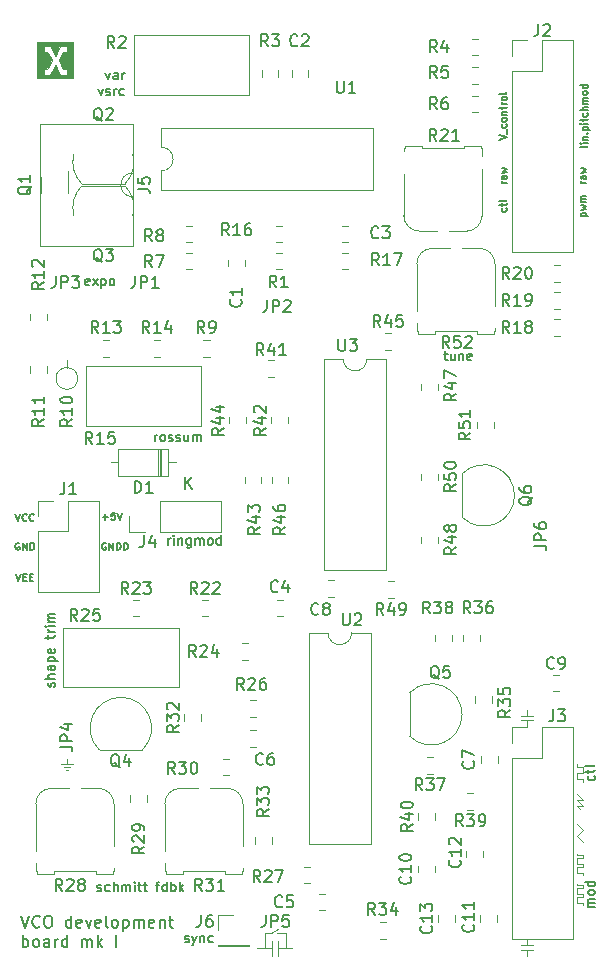
<source format=gbr>
G04 #@! TF.GenerationSoftware,KiCad,Pcbnew,(5.1.2)-2*
G04 #@! TF.CreationDate,2019-08-12T05:37:20+02:00*
G04 #@! TF.ProjectId,vco_mk1,76636f5f-6d6b-4312-9e6b-696361645f70,rev?*
G04 #@! TF.SameCoordinates,Original*
G04 #@! TF.FileFunction,Legend,Top*
G04 #@! TF.FilePolarity,Positive*
%FSLAX46Y46*%
G04 Gerber Fmt 4.6, Leading zero omitted, Abs format (unit mm)*
G04 Created by KiCad (PCBNEW (5.1.2)-2) date 2019-08-12 05:37:20*
%MOMM*%
%LPD*%
G04 APERTURE LIST*
%ADD10C,0.150000*%
%ADD11C,0.120000*%
%ADD12C,0.160000*%
%ADD13C,0.010000*%
G04 APERTURE END LIST*
D10*
X208532428Y-76915857D02*
X209132428Y-76915857D01*
X208561000Y-76915857D02*
X208532428Y-76858714D01*
X208532428Y-76744428D01*
X208561000Y-76687285D01*
X208589571Y-76658714D01*
X208646714Y-76630142D01*
X208818142Y-76630142D01*
X208875285Y-76658714D01*
X208903857Y-76687285D01*
X208932428Y-76744428D01*
X208932428Y-76858714D01*
X208903857Y-76915857D01*
X208532428Y-76430142D02*
X208932428Y-76315857D01*
X208646714Y-76201571D01*
X208932428Y-76087285D01*
X208532428Y-75973000D01*
X208932428Y-75744428D02*
X208532428Y-75744428D01*
X208589571Y-75744428D02*
X208561000Y-75715857D01*
X208532428Y-75658714D01*
X208532428Y-75573000D01*
X208561000Y-75515857D01*
X208618142Y-75487285D01*
X208932428Y-75487285D01*
X208618142Y-75487285D02*
X208561000Y-75458714D01*
X208532428Y-75401571D01*
X208532428Y-75315857D01*
X208561000Y-75258714D01*
X208618142Y-75230142D01*
X208932428Y-75230142D01*
X209059428Y-70995857D02*
X209030857Y-71053000D01*
X208973714Y-71081571D01*
X208459428Y-71081571D01*
X209059428Y-70767285D02*
X208659428Y-70767285D01*
X208459428Y-70767285D02*
X208488000Y-70795857D01*
X208516571Y-70767285D01*
X208488000Y-70738714D01*
X208459428Y-70767285D01*
X208516571Y-70767285D01*
X208659428Y-70481571D02*
X209059428Y-70481571D01*
X208716571Y-70481571D02*
X208688000Y-70453000D01*
X208659428Y-70395857D01*
X208659428Y-70310142D01*
X208688000Y-70253000D01*
X208745142Y-70224428D01*
X209059428Y-70224428D01*
X209002285Y-69938714D02*
X209030857Y-69910142D01*
X209059428Y-69938714D01*
X209030857Y-69967285D01*
X209002285Y-69938714D01*
X209059428Y-69938714D01*
X208659428Y-69653000D02*
X209259428Y-69653000D01*
X208688000Y-69653000D02*
X208659428Y-69595857D01*
X208659428Y-69481571D01*
X208688000Y-69424428D01*
X208716571Y-69395857D01*
X208773714Y-69367285D01*
X208945142Y-69367285D01*
X209002285Y-69395857D01*
X209030857Y-69424428D01*
X209059428Y-69481571D01*
X209059428Y-69595857D01*
X209030857Y-69653000D01*
X209059428Y-69110142D02*
X208659428Y-69110142D01*
X208459428Y-69110142D02*
X208488000Y-69138714D01*
X208516571Y-69110142D01*
X208488000Y-69081571D01*
X208459428Y-69110142D01*
X208516571Y-69110142D01*
X208659428Y-68910142D02*
X208659428Y-68681571D01*
X208459428Y-68824428D02*
X208973714Y-68824428D01*
X209030857Y-68795857D01*
X209059428Y-68738714D01*
X209059428Y-68681571D01*
X209030857Y-68224428D02*
X209059428Y-68281571D01*
X209059428Y-68395857D01*
X209030857Y-68453000D01*
X209002285Y-68481571D01*
X208945142Y-68510142D01*
X208773714Y-68510142D01*
X208716571Y-68481571D01*
X208688000Y-68453000D01*
X208659428Y-68395857D01*
X208659428Y-68281571D01*
X208688000Y-68224428D01*
X209059428Y-67967285D02*
X208459428Y-67967285D01*
X209059428Y-67710142D02*
X208745142Y-67710142D01*
X208688000Y-67738714D01*
X208659428Y-67795857D01*
X208659428Y-67881571D01*
X208688000Y-67938714D01*
X208716571Y-67967285D01*
X209059428Y-67424428D02*
X208659428Y-67424428D01*
X208716571Y-67424428D02*
X208688000Y-67395857D01*
X208659428Y-67338714D01*
X208659428Y-67253000D01*
X208688000Y-67195857D01*
X208745142Y-67167285D01*
X209059428Y-67167285D01*
X208745142Y-67167285D02*
X208688000Y-67138714D01*
X208659428Y-67081571D01*
X208659428Y-66995857D01*
X208688000Y-66938714D01*
X208745142Y-66910142D01*
X209059428Y-66910142D01*
X209059428Y-66538714D02*
X209030857Y-66595857D01*
X209002285Y-66624428D01*
X208945142Y-66653000D01*
X208773714Y-66653000D01*
X208716571Y-66624428D01*
X208688000Y-66595857D01*
X208659428Y-66538714D01*
X208659428Y-66453000D01*
X208688000Y-66395857D01*
X208716571Y-66367285D01*
X208773714Y-66338714D01*
X208945142Y-66338714D01*
X209002285Y-66367285D01*
X209030857Y-66395857D01*
X209059428Y-66453000D01*
X209059428Y-66538714D01*
X209059428Y-65824428D02*
X208459428Y-65824428D01*
X209030857Y-65824428D02*
X209059428Y-65881571D01*
X209059428Y-65995857D01*
X209030857Y-66053000D01*
X209002285Y-66081571D01*
X208945142Y-66110142D01*
X208773714Y-66110142D01*
X208716571Y-66081571D01*
X208688000Y-66053000D01*
X208659428Y-65995857D01*
X208659428Y-65881571D01*
X208688000Y-65824428D01*
X208932428Y-74161571D02*
X208532428Y-74161571D01*
X208646714Y-74161571D02*
X208589571Y-74133000D01*
X208561000Y-74104428D01*
X208532428Y-74047285D01*
X208532428Y-73990142D01*
X208932428Y-73533000D02*
X208618142Y-73533000D01*
X208561000Y-73561571D01*
X208532428Y-73618714D01*
X208532428Y-73733000D01*
X208561000Y-73790142D01*
X208903857Y-73533000D02*
X208932428Y-73590142D01*
X208932428Y-73733000D01*
X208903857Y-73790142D01*
X208846714Y-73818714D01*
X208789571Y-73818714D01*
X208732428Y-73790142D01*
X208703857Y-73733000D01*
X208703857Y-73590142D01*
X208675285Y-73533000D01*
X208532428Y-73304428D02*
X208932428Y-73190142D01*
X208646714Y-73075857D01*
X208932428Y-72961571D01*
X208532428Y-72847285D01*
X201601428Y-70467285D02*
X202201428Y-70267285D01*
X201601428Y-70067285D01*
X202258571Y-70010142D02*
X202258571Y-69553000D01*
X202172857Y-69153000D02*
X202201428Y-69210142D01*
X202201428Y-69324428D01*
X202172857Y-69381571D01*
X202144285Y-69410142D01*
X202087142Y-69438714D01*
X201915714Y-69438714D01*
X201858571Y-69410142D01*
X201830000Y-69381571D01*
X201801428Y-69324428D01*
X201801428Y-69210142D01*
X201830000Y-69153000D01*
X202201428Y-68810142D02*
X202172857Y-68867285D01*
X202144285Y-68895857D01*
X202087142Y-68924428D01*
X201915714Y-68924428D01*
X201858571Y-68895857D01*
X201830000Y-68867285D01*
X201801428Y-68810142D01*
X201801428Y-68724428D01*
X201830000Y-68667285D01*
X201858571Y-68638714D01*
X201915714Y-68610142D01*
X202087142Y-68610142D01*
X202144285Y-68638714D01*
X202172857Y-68667285D01*
X202201428Y-68724428D01*
X202201428Y-68810142D01*
X201801428Y-68353000D02*
X202201428Y-68353000D01*
X201858571Y-68353000D02*
X201830000Y-68324428D01*
X201801428Y-68267285D01*
X201801428Y-68181571D01*
X201830000Y-68124428D01*
X201887142Y-68095857D01*
X202201428Y-68095857D01*
X201801428Y-67895857D02*
X201801428Y-67667285D01*
X201601428Y-67810142D02*
X202115714Y-67810142D01*
X202172857Y-67781571D01*
X202201428Y-67724428D01*
X202201428Y-67667285D01*
X202201428Y-67467285D02*
X201801428Y-67467285D01*
X201915714Y-67467285D02*
X201858571Y-67438714D01*
X201830000Y-67410142D01*
X201801428Y-67353000D01*
X201801428Y-67295857D01*
X202201428Y-67010142D02*
X202172857Y-67067285D01*
X202144285Y-67095857D01*
X202087142Y-67124428D01*
X201915714Y-67124428D01*
X201858571Y-67095857D01*
X201830000Y-67067285D01*
X201801428Y-67010142D01*
X201801428Y-66924428D01*
X201830000Y-66867285D01*
X201858571Y-66838714D01*
X201915714Y-66810142D01*
X202087142Y-66810142D01*
X202144285Y-66838714D01*
X202172857Y-66867285D01*
X202201428Y-66924428D01*
X202201428Y-67010142D01*
X202201428Y-66467285D02*
X202172857Y-66524428D01*
X202115714Y-66553000D01*
X201601428Y-66553000D01*
X202201428Y-74161571D02*
X201801428Y-74161571D01*
X201915714Y-74161571D02*
X201858571Y-74133000D01*
X201830000Y-74104428D01*
X201801428Y-74047285D01*
X201801428Y-73990142D01*
X202201428Y-73533000D02*
X201887142Y-73533000D01*
X201830000Y-73561571D01*
X201801428Y-73618714D01*
X201801428Y-73733000D01*
X201830000Y-73790142D01*
X202172857Y-73533000D02*
X202201428Y-73590142D01*
X202201428Y-73733000D01*
X202172857Y-73790142D01*
X202115714Y-73818714D01*
X202058571Y-73818714D01*
X202001428Y-73790142D01*
X201972857Y-73733000D01*
X201972857Y-73590142D01*
X201944285Y-73533000D01*
X201801428Y-73304428D02*
X202201428Y-73190142D01*
X201915714Y-73075857D01*
X202201428Y-72961571D01*
X201801428Y-72847285D01*
X202172857Y-76258714D02*
X202201428Y-76315857D01*
X202201428Y-76430142D01*
X202172857Y-76487285D01*
X202144285Y-76515857D01*
X202087142Y-76544428D01*
X201915714Y-76544428D01*
X201858571Y-76515857D01*
X201830000Y-76487285D01*
X201801428Y-76430142D01*
X201801428Y-76315857D01*
X201830000Y-76258714D01*
X201801428Y-76087285D02*
X201801428Y-75858714D01*
X201601428Y-76001571D02*
X202115714Y-76001571D01*
X202172857Y-75973000D01*
X202201428Y-75915857D01*
X202201428Y-75858714D01*
X202201428Y-75573000D02*
X202172857Y-75630142D01*
X202115714Y-75658714D01*
X201601428Y-75658714D01*
X168011571Y-102404857D02*
X168468714Y-102404857D01*
X168240142Y-102633428D02*
X168240142Y-102176285D01*
X169040142Y-102033428D02*
X168754428Y-102033428D01*
X168725857Y-102319142D01*
X168754428Y-102290571D01*
X168811571Y-102262000D01*
X168954428Y-102262000D01*
X169011571Y-102290571D01*
X169040142Y-102319142D01*
X169068714Y-102376285D01*
X169068714Y-102519142D01*
X169040142Y-102576285D01*
X169011571Y-102604857D01*
X168954428Y-102633428D01*
X168811571Y-102633428D01*
X168754428Y-102604857D01*
X168725857Y-102576285D01*
X169240142Y-102033428D02*
X169440142Y-102633428D01*
X169640142Y-102033428D01*
X168279857Y-104602000D02*
X168222714Y-104573428D01*
X168137000Y-104573428D01*
X168051285Y-104602000D01*
X167994142Y-104659142D01*
X167965571Y-104716285D01*
X167937000Y-104830571D01*
X167937000Y-104916285D01*
X167965571Y-105030571D01*
X167994142Y-105087714D01*
X168051285Y-105144857D01*
X168137000Y-105173428D01*
X168194142Y-105173428D01*
X168279857Y-105144857D01*
X168308428Y-105116285D01*
X168308428Y-104916285D01*
X168194142Y-104916285D01*
X168565571Y-105173428D02*
X168565571Y-104573428D01*
X168908428Y-105173428D01*
X168908428Y-104573428D01*
X169194142Y-105173428D02*
X169194142Y-104573428D01*
X169337000Y-104573428D01*
X169422714Y-104602000D01*
X169479857Y-104659142D01*
X169508428Y-104716285D01*
X169537000Y-104830571D01*
X169537000Y-104916285D01*
X169508428Y-105030571D01*
X169479857Y-105087714D01*
X169422714Y-105144857D01*
X169337000Y-105173428D01*
X169194142Y-105173428D01*
X169794142Y-105173428D02*
X169794142Y-104573428D01*
X169937000Y-104573428D01*
X170022714Y-104602000D01*
X170079857Y-104659142D01*
X170108428Y-104716285D01*
X170137000Y-104830571D01*
X170137000Y-104916285D01*
X170108428Y-105030571D01*
X170079857Y-105087714D01*
X170022714Y-105144857D01*
X169937000Y-105173428D01*
X169794142Y-105173428D01*
X160674142Y-107240428D02*
X160874142Y-107840428D01*
X161074142Y-107240428D01*
X161274142Y-107526142D02*
X161474142Y-107526142D01*
X161559857Y-107840428D02*
X161274142Y-107840428D01*
X161274142Y-107240428D01*
X161559857Y-107240428D01*
X161817000Y-107526142D02*
X162017000Y-107526142D01*
X162102714Y-107840428D02*
X161817000Y-107840428D01*
X161817000Y-107240428D01*
X162102714Y-107240428D01*
X160959857Y-104602000D02*
X160902714Y-104573428D01*
X160817000Y-104573428D01*
X160731285Y-104602000D01*
X160674142Y-104659142D01*
X160645571Y-104716285D01*
X160617000Y-104830571D01*
X160617000Y-104916285D01*
X160645571Y-105030571D01*
X160674142Y-105087714D01*
X160731285Y-105144857D01*
X160817000Y-105173428D01*
X160874142Y-105173428D01*
X160959857Y-105144857D01*
X160988428Y-105116285D01*
X160988428Y-104916285D01*
X160874142Y-104916285D01*
X161245571Y-105173428D02*
X161245571Y-104573428D01*
X161588428Y-105173428D01*
X161588428Y-104573428D01*
X161874142Y-105173428D02*
X161874142Y-104573428D01*
X162017000Y-104573428D01*
X162102714Y-104602000D01*
X162159857Y-104659142D01*
X162188428Y-104716285D01*
X162217000Y-104830571D01*
X162217000Y-104916285D01*
X162188428Y-105030571D01*
X162159857Y-105087714D01*
X162102714Y-105144857D01*
X162017000Y-105173428D01*
X161874142Y-105173428D01*
X160617000Y-102160428D02*
X160817000Y-102760428D01*
X161017000Y-102160428D01*
X161559857Y-102703285D02*
X161531285Y-102731857D01*
X161445571Y-102760428D01*
X161388428Y-102760428D01*
X161302714Y-102731857D01*
X161245571Y-102674714D01*
X161217000Y-102617571D01*
X161188428Y-102503285D01*
X161188428Y-102417571D01*
X161217000Y-102303285D01*
X161245571Y-102246142D01*
X161302714Y-102189000D01*
X161388428Y-102160428D01*
X161445571Y-102160428D01*
X161531285Y-102189000D01*
X161559857Y-102217571D01*
X162159857Y-102703285D02*
X162131285Y-102731857D01*
X162045571Y-102760428D01*
X161988428Y-102760428D01*
X161902714Y-102731857D01*
X161845571Y-102674714D01*
X161817000Y-102617571D01*
X161788428Y-102503285D01*
X161788428Y-102417571D01*
X161817000Y-102303285D01*
X161845571Y-102246142D01*
X161902714Y-102189000D01*
X161988428Y-102160428D01*
X162045571Y-102160428D01*
X162131285Y-102189000D01*
X162159857Y-102217571D01*
D11*
X203962000Y-119634000D02*
X203962000Y-120142000D01*
X203454000Y-119253000D02*
X204470000Y-119253000D01*
X203454000Y-119634000D02*
X204470000Y-119634000D01*
X203962000Y-119253000D02*
X203962000Y-118745000D01*
X203962000Y-139065000D02*
X203962000Y-139573000D01*
X203454000Y-138684000D02*
X204470000Y-138684000D01*
X203454000Y-139065000D02*
X204470000Y-139065000D01*
X203962000Y-138684000D02*
X203962000Y-138176000D01*
D12*
X209657904Y-135432666D02*
X209124571Y-135432666D01*
X209200761Y-135432666D02*
X209162666Y-135394571D01*
X209124571Y-135318380D01*
X209124571Y-135204095D01*
X209162666Y-135127904D01*
X209238857Y-135089809D01*
X209657904Y-135089809D01*
X209238857Y-135089809D02*
X209162666Y-135051714D01*
X209124571Y-134975523D01*
X209124571Y-134861238D01*
X209162666Y-134785047D01*
X209238857Y-134746952D01*
X209657904Y-134746952D01*
X209657904Y-134251714D02*
X209619809Y-134327904D01*
X209581714Y-134366000D01*
X209505523Y-134404095D01*
X209276952Y-134404095D01*
X209200761Y-134366000D01*
X209162666Y-134327904D01*
X209124571Y-134251714D01*
X209124571Y-134137428D01*
X209162666Y-134061238D01*
X209200761Y-134023142D01*
X209276952Y-133985047D01*
X209505523Y-133985047D01*
X209581714Y-134023142D01*
X209619809Y-134061238D01*
X209657904Y-134137428D01*
X209657904Y-134251714D01*
X209657904Y-133299333D02*
X208857904Y-133299333D01*
X209619809Y-133299333D02*
X209657904Y-133375523D01*
X209657904Y-133527904D01*
X209619809Y-133604095D01*
X209581714Y-133642190D01*
X209505523Y-133680285D01*
X209276952Y-133680285D01*
X209200761Y-133642190D01*
X209162666Y-133604095D01*
X209124571Y-133527904D01*
X209124571Y-133375523D01*
X209162666Y-133299333D01*
X209619809Y-124326619D02*
X209657904Y-124402809D01*
X209657904Y-124555190D01*
X209619809Y-124631380D01*
X209581714Y-124669476D01*
X209505523Y-124707571D01*
X209276952Y-124707571D01*
X209200761Y-124669476D01*
X209162666Y-124631380D01*
X209124571Y-124555190D01*
X209124571Y-124402809D01*
X209162666Y-124326619D01*
X209124571Y-124098047D02*
X209124571Y-123793285D01*
X208857904Y-123983761D02*
X209543619Y-123983761D01*
X209619809Y-123945666D01*
X209657904Y-123869476D01*
X209657904Y-123793285D01*
X209657904Y-123412333D02*
X209619809Y-123488523D01*
X209543619Y-123526619D01*
X208857904Y-123526619D01*
D11*
X208153000Y-124079000D02*
X208153000Y-124587000D01*
X208661000Y-132080000D02*
X208153000Y-132080000D01*
X208661000Y-126365000D02*
X208153000Y-126365000D01*
X208661000Y-126873000D02*
X208153000Y-126873000D01*
X208153000Y-132080000D02*
X208153000Y-132588000D01*
X208153000Y-124587000D02*
X208661000Y-124587000D01*
X208153000Y-129413000D02*
X208661000Y-129921000D01*
X208153000Y-131318000D02*
X208153000Y-131826000D01*
X208661000Y-131826000D02*
X208661000Y-132080000D01*
X208153000Y-123571000D02*
X208661000Y-123571000D01*
X208661000Y-131064000D02*
X208661000Y-131318000D01*
X208153000Y-131826000D02*
X208661000Y-131826000D01*
X208153000Y-123317000D02*
X208153000Y-123571000D01*
X208661000Y-124079000D02*
X208153000Y-124079000D01*
X208661000Y-128905000D02*
X208153000Y-129413000D01*
X208153000Y-131064000D02*
X208661000Y-131064000D01*
X208661000Y-123571000D02*
X208661000Y-124079000D01*
X208153000Y-128397000D02*
X208661000Y-128905000D01*
X208153000Y-126873000D02*
X208407000Y-127127000D01*
X208153000Y-132588000D02*
X208661000Y-132588000D01*
X208661000Y-131318000D02*
X208153000Y-131318000D01*
X208153000Y-130937000D02*
X208153000Y-131064000D01*
X208661000Y-132588000D02*
X208661000Y-132715000D01*
X208153000Y-125857000D02*
X208661000Y-126365000D01*
X208661000Y-124587000D02*
X208661000Y-124841000D01*
X208153000Y-126365000D02*
X208661000Y-126873000D01*
X208153000Y-135128000D02*
X208661000Y-135128000D01*
X208153000Y-133604000D02*
X208661000Y-133604000D01*
X208153000Y-134620000D02*
X208153000Y-135128000D01*
X208661000Y-134620000D02*
X208153000Y-134620000D01*
X208661000Y-134366000D02*
X208661000Y-134620000D01*
X208153000Y-134366000D02*
X208661000Y-134366000D01*
X208153000Y-133477000D02*
X208153000Y-133604000D01*
X208661000Y-133604000D02*
X208661000Y-133858000D01*
X208661000Y-133858000D02*
X208153000Y-133858000D01*
X208661000Y-135128000D02*
X208661000Y-135255000D01*
X208153000Y-133858000D02*
X208153000Y-134366000D01*
D10*
X173539428Y-104755904D02*
X173539428Y-104222571D01*
X173539428Y-104374952D02*
X173577523Y-104298761D01*
X173615619Y-104260666D01*
X173691809Y-104222571D01*
X173768000Y-104222571D01*
X174034666Y-104755904D02*
X174034666Y-104222571D01*
X174034666Y-103955904D02*
X173996571Y-103994000D01*
X174034666Y-104032095D01*
X174072761Y-103994000D01*
X174034666Y-103955904D01*
X174034666Y-104032095D01*
X174415619Y-104222571D02*
X174415619Y-104755904D01*
X174415619Y-104298761D02*
X174453714Y-104260666D01*
X174529904Y-104222571D01*
X174644190Y-104222571D01*
X174720380Y-104260666D01*
X174758476Y-104336857D01*
X174758476Y-104755904D01*
X175482285Y-104222571D02*
X175482285Y-104870190D01*
X175444190Y-104946380D01*
X175406095Y-104984476D01*
X175329904Y-105022571D01*
X175215619Y-105022571D01*
X175139428Y-104984476D01*
X175482285Y-104717809D02*
X175406095Y-104755904D01*
X175253714Y-104755904D01*
X175177523Y-104717809D01*
X175139428Y-104679714D01*
X175101333Y-104603523D01*
X175101333Y-104374952D01*
X175139428Y-104298761D01*
X175177523Y-104260666D01*
X175253714Y-104222571D01*
X175406095Y-104222571D01*
X175482285Y-104260666D01*
X175863238Y-104755904D02*
X175863238Y-104222571D01*
X175863238Y-104298761D02*
X175901333Y-104260666D01*
X175977523Y-104222571D01*
X176091809Y-104222571D01*
X176168000Y-104260666D01*
X176206095Y-104336857D01*
X176206095Y-104755904D01*
X176206095Y-104336857D02*
X176244190Y-104260666D01*
X176320380Y-104222571D01*
X176434666Y-104222571D01*
X176510857Y-104260666D01*
X176548952Y-104336857D01*
X176548952Y-104755904D01*
X177044190Y-104755904D02*
X176968000Y-104717809D01*
X176929904Y-104679714D01*
X176891809Y-104603523D01*
X176891809Y-104374952D01*
X176929904Y-104298761D01*
X176968000Y-104260666D01*
X177044190Y-104222571D01*
X177158476Y-104222571D01*
X177234666Y-104260666D01*
X177272761Y-104298761D01*
X177310857Y-104374952D01*
X177310857Y-104603523D01*
X177272761Y-104679714D01*
X177234666Y-104717809D01*
X177158476Y-104755904D01*
X177044190Y-104755904D01*
X177996571Y-104755904D02*
X177996571Y-103955904D01*
X177996571Y-104717809D02*
X177920380Y-104755904D01*
X177768000Y-104755904D01*
X177691809Y-104717809D01*
X177653714Y-104679714D01*
X177615619Y-104603523D01*
X177615619Y-104374952D01*
X177653714Y-104298761D01*
X177691809Y-104260666D01*
X177768000Y-104222571D01*
X177920380Y-104222571D01*
X177996571Y-104260666D01*
X166871761Y-82746809D02*
X166795571Y-82784904D01*
X166643190Y-82784904D01*
X166567000Y-82746809D01*
X166528904Y-82670619D01*
X166528904Y-82365857D01*
X166567000Y-82289666D01*
X166643190Y-82251571D01*
X166795571Y-82251571D01*
X166871761Y-82289666D01*
X166909857Y-82365857D01*
X166909857Y-82442047D01*
X166528904Y-82518238D01*
X167176523Y-82784904D02*
X167595571Y-82251571D01*
X167176523Y-82251571D02*
X167595571Y-82784904D01*
X167900333Y-82251571D02*
X167900333Y-83051571D01*
X167900333Y-82289666D02*
X167976523Y-82251571D01*
X168128904Y-82251571D01*
X168205095Y-82289666D01*
X168243190Y-82327761D01*
X168281285Y-82403952D01*
X168281285Y-82632523D01*
X168243190Y-82708714D01*
X168205095Y-82746809D01*
X168128904Y-82784904D01*
X167976523Y-82784904D01*
X167900333Y-82746809D01*
X168738428Y-82784904D02*
X168662238Y-82746809D01*
X168624142Y-82708714D01*
X168586047Y-82632523D01*
X168586047Y-82403952D01*
X168624142Y-82327761D01*
X168662238Y-82289666D01*
X168738428Y-82251571D01*
X168852714Y-82251571D01*
X168928904Y-82289666D01*
X168967000Y-82327761D01*
X169005095Y-82403952D01*
X169005095Y-82632523D01*
X168967000Y-82708714D01*
X168928904Y-82746809D01*
X168852714Y-82784904D01*
X168738428Y-82784904D01*
D11*
X164973000Y-123317000D02*
X164973000Y-122936000D01*
X164465000Y-123317000D02*
X165481000Y-123317000D01*
X164909500Y-123825000D02*
X165036500Y-123825000D01*
X165227000Y-123571000D02*
X164719000Y-123571000D01*
D10*
X168241214Y-64812571D02*
X168431690Y-65345904D01*
X168622166Y-64812571D01*
X169269785Y-65345904D02*
X169269785Y-64926857D01*
X169231690Y-64850666D01*
X169155500Y-64812571D01*
X169003119Y-64812571D01*
X168926928Y-64850666D01*
X169269785Y-65307809D02*
X169193595Y-65345904D01*
X169003119Y-65345904D01*
X168926928Y-65307809D01*
X168888833Y-65231619D01*
X168888833Y-65155428D01*
X168926928Y-65079238D01*
X169003119Y-65041142D01*
X169193595Y-65041142D01*
X169269785Y-65003047D01*
X169650738Y-65345904D02*
X169650738Y-64812571D01*
X169650738Y-64964952D02*
X169688833Y-64888761D01*
X169726928Y-64850666D01*
X169803119Y-64812571D01*
X169879309Y-64812571D01*
X167631690Y-66162571D02*
X167822166Y-66695904D01*
X168012642Y-66162571D01*
X168279309Y-66657809D02*
X168355500Y-66695904D01*
X168507880Y-66695904D01*
X168584071Y-66657809D01*
X168622166Y-66581619D01*
X168622166Y-66543523D01*
X168584071Y-66467333D01*
X168507880Y-66429238D01*
X168393595Y-66429238D01*
X168317404Y-66391142D01*
X168279309Y-66314952D01*
X168279309Y-66276857D01*
X168317404Y-66200666D01*
X168393595Y-66162571D01*
X168507880Y-66162571D01*
X168584071Y-66200666D01*
X168965023Y-66695904D02*
X168965023Y-66162571D01*
X168965023Y-66314952D02*
X169003119Y-66238761D01*
X169041214Y-66200666D01*
X169117404Y-66162571D01*
X169193595Y-66162571D01*
X169803119Y-66657809D02*
X169726928Y-66695904D01*
X169574547Y-66695904D01*
X169498357Y-66657809D01*
X169460261Y-66619714D01*
X169422166Y-66543523D01*
X169422166Y-66314952D01*
X169460261Y-66238761D01*
X169498357Y-66200666D01*
X169574547Y-66162571D01*
X169726928Y-66162571D01*
X169803119Y-66200666D01*
X163899809Y-116769761D02*
X163937904Y-116693571D01*
X163937904Y-116541190D01*
X163899809Y-116465000D01*
X163823619Y-116426904D01*
X163785523Y-116426904D01*
X163709333Y-116465000D01*
X163671238Y-116541190D01*
X163671238Y-116655476D01*
X163633142Y-116731666D01*
X163556952Y-116769761D01*
X163518857Y-116769761D01*
X163442666Y-116731666D01*
X163404571Y-116655476D01*
X163404571Y-116541190D01*
X163442666Y-116465000D01*
X163937904Y-116084047D02*
X163137904Y-116084047D01*
X163937904Y-115741190D02*
X163518857Y-115741190D01*
X163442666Y-115779285D01*
X163404571Y-115855476D01*
X163404571Y-115969761D01*
X163442666Y-116045952D01*
X163480761Y-116084047D01*
X163937904Y-115017380D02*
X163518857Y-115017380D01*
X163442666Y-115055476D01*
X163404571Y-115131666D01*
X163404571Y-115284047D01*
X163442666Y-115360238D01*
X163899809Y-115017380D02*
X163937904Y-115093571D01*
X163937904Y-115284047D01*
X163899809Y-115360238D01*
X163823619Y-115398333D01*
X163747428Y-115398333D01*
X163671238Y-115360238D01*
X163633142Y-115284047D01*
X163633142Y-115093571D01*
X163595047Y-115017380D01*
X163404571Y-114636428D02*
X164204571Y-114636428D01*
X163442666Y-114636428D02*
X163404571Y-114560238D01*
X163404571Y-114407857D01*
X163442666Y-114331666D01*
X163480761Y-114293571D01*
X163556952Y-114255476D01*
X163785523Y-114255476D01*
X163861714Y-114293571D01*
X163899809Y-114331666D01*
X163937904Y-114407857D01*
X163937904Y-114560238D01*
X163899809Y-114636428D01*
X163899809Y-113607857D02*
X163937904Y-113684047D01*
X163937904Y-113836428D01*
X163899809Y-113912619D01*
X163823619Y-113950714D01*
X163518857Y-113950714D01*
X163442666Y-113912619D01*
X163404571Y-113836428D01*
X163404571Y-113684047D01*
X163442666Y-113607857D01*
X163518857Y-113569761D01*
X163595047Y-113569761D01*
X163671238Y-113950714D01*
X163404571Y-112731666D02*
X163404571Y-112426904D01*
X163137904Y-112617380D02*
X163823619Y-112617380D01*
X163899809Y-112579285D01*
X163937904Y-112503095D01*
X163937904Y-112426904D01*
X163937904Y-112160238D02*
X163404571Y-112160238D01*
X163556952Y-112160238D02*
X163480761Y-112122142D01*
X163442666Y-112084047D01*
X163404571Y-112007857D01*
X163404571Y-111931666D01*
X163937904Y-111665000D02*
X163404571Y-111665000D01*
X163137904Y-111665000D02*
X163176000Y-111703095D01*
X163214095Y-111665000D01*
X163176000Y-111626904D01*
X163137904Y-111665000D01*
X163214095Y-111665000D01*
X163937904Y-111284047D02*
X163404571Y-111284047D01*
X163480761Y-111284047D02*
X163442666Y-111245952D01*
X163404571Y-111169761D01*
X163404571Y-111055476D01*
X163442666Y-110979285D01*
X163518857Y-110941190D01*
X163937904Y-110941190D01*
X163518857Y-110941190D02*
X163442666Y-110903095D01*
X163404571Y-110826904D01*
X163404571Y-110712619D01*
X163442666Y-110636428D01*
X163518857Y-110598333D01*
X163937904Y-110598333D01*
X167557904Y-134054809D02*
X167634095Y-134092904D01*
X167786476Y-134092904D01*
X167862666Y-134054809D01*
X167900761Y-133978619D01*
X167900761Y-133940523D01*
X167862666Y-133864333D01*
X167786476Y-133826238D01*
X167672190Y-133826238D01*
X167596000Y-133788142D01*
X167557904Y-133711952D01*
X167557904Y-133673857D01*
X167596000Y-133597666D01*
X167672190Y-133559571D01*
X167786476Y-133559571D01*
X167862666Y-133597666D01*
X168586476Y-134054809D02*
X168510285Y-134092904D01*
X168357904Y-134092904D01*
X168281714Y-134054809D01*
X168243619Y-134016714D01*
X168205523Y-133940523D01*
X168205523Y-133711952D01*
X168243619Y-133635761D01*
X168281714Y-133597666D01*
X168357904Y-133559571D01*
X168510285Y-133559571D01*
X168586476Y-133597666D01*
X168929333Y-134092904D02*
X168929333Y-133292904D01*
X169272190Y-134092904D02*
X169272190Y-133673857D01*
X169234095Y-133597666D01*
X169157904Y-133559571D01*
X169043619Y-133559571D01*
X168967428Y-133597666D01*
X168929333Y-133635761D01*
X169653142Y-134092904D02*
X169653142Y-133559571D01*
X169653142Y-133635761D02*
X169691238Y-133597666D01*
X169767428Y-133559571D01*
X169881714Y-133559571D01*
X169957904Y-133597666D01*
X169996000Y-133673857D01*
X169996000Y-134092904D01*
X169996000Y-133673857D02*
X170034095Y-133597666D01*
X170110285Y-133559571D01*
X170224571Y-133559571D01*
X170300761Y-133597666D01*
X170338857Y-133673857D01*
X170338857Y-134092904D01*
X170719809Y-134092904D02*
X170719809Y-133559571D01*
X170719809Y-133292904D02*
X170681714Y-133331000D01*
X170719809Y-133369095D01*
X170757904Y-133331000D01*
X170719809Y-133292904D01*
X170719809Y-133369095D01*
X170986476Y-133559571D02*
X171291238Y-133559571D01*
X171100761Y-133292904D02*
X171100761Y-133978619D01*
X171138857Y-134054809D01*
X171215047Y-134092904D01*
X171291238Y-134092904D01*
X171443619Y-133559571D02*
X171748380Y-133559571D01*
X171557904Y-133292904D02*
X171557904Y-133978619D01*
X171596000Y-134054809D01*
X171672190Y-134092904D01*
X171748380Y-134092904D01*
X172510285Y-133559571D02*
X172815047Y-133559571D01*
X172624571Y-134092904D02*
X172624571Y-133407190D01*
X172662666Y-133331000D01*
X172738857Y-133292904D01*
X172815047Y-133292904D01*
X173424571Y-134092904D02*
X173424571Y-133292904D01*
X173424571Y-134054809D02*
X173348380Y-134092904D01*
X173196000Y-134092904D01*
X173119809Y-134054809D01*
X173081714Y-134016714D01*
X173043619Y-133940523D01*
X173043619Y-133711952D01*
X173081714Y-133635761D01*
X173119809Y-133597666D01*
X173196000Y-133559571D01*
X173348380Y-133559571D01*
X173424571Y-133597666D01*
X173805523Y-134092904D02*
X173805523Y-133292904D01*
X173805523Y-133597666D02*
X173881714Y-133559571D01*
X174034095Y-133559571D01*
X174110285Y-133597666D01*
X174148380Y-133635761D01*
X174186476Y-133711952D01*
X174186476Y-133940523D01*
X174148380Y-134016714D01*
X174110285Y-134054809D01*
X174034095Y-134092904D01*
X173881714Y-134092904D01*
X173805523Y-134054809D01*
X174529333Y-134092904D02*
X174529333Y-133292904D01*
X174605523Y-133788142D02*
X174834095Y-134092904D01*
X174834095Y-133559571D02*
X174529333Y-133864333D01*
X172409095Y-95992904D02*
X172409095Y-95459571D01*
X172409095Y-95611952D02*
X172447190Y-95535761D01*
X172485285Y-95497666D01*
X172561476Y-95459571D01*
X172637666Y-95459571D01*
X173018619Y-95992904D02*
X172942428Y-95954809D01*
X172904333Y-95916714D01*
X172866238Y-95840523D01*
X172866238Y-95611952D01*
X172904333Y-95535761D01*
X172942428Y-95497666D01*
X173018619Y-95459571D01*
X173132904Y-95459571D01*
X173209095Y-95497666D01*
X173247190Y-95535761D01*
X173285285Y-95611952D01*
X173285285Y-95840523D01*
X173247190Y-95916714D01*
X173209095Y-95954809D01*
X173132904Y-95992904D01*
X173018619Y-95992904D01*
X173590047Y-95954809D02*
X173666238Y-95992904D01*
X173818619Y-95992904D01*
X173894809Y-95954809D01*
X173932904Y-95878619D01*
X173932904Y-95840523D01*
X173894809Y-95764333D01*
X173818619Y-95726238D01*
X173704333Y-95726238D01*
X173628142Y-95688142D01*
X173590047Y-95611952D01*
X173590047Y-95573857D01*
X173628142Y-95497666D01*
X173704333Y-95459571D01*
X173818619Y-95459571D01*
X173894809Y-95497666D01*
X174237666Y-95954809D02*
X174313857Y-95992904D01*
X174466238Y-95992904D01*
X174542428Y-95954809D01*
X174580523Y-95878619D01*
X174580523Y-95840523D01*
X174542428Y-95764333D01*
X174466238Y-95726238D01*
X174351952Y-95726238D01*
X174275761Y-95688142D01*
X174237666Y-95611952D01*
X174237666Y-95573857D01*
X174275761Y-95497666D01*
X174351952Y-95459571D01*
X174466238Y-95459571D01*
X174542428Y-95497666D01*
X175266238Y-95459571D02*
X175266238Y-95992904D01*
X174923380Y-95459571D02*
X174923380Y-95878619D01*
X174961476Y-95954809D01*
X175037666Y-95992904D01*
X175151952Y-95992904D01*
X175228142Y-95954809D01*
X175266238Y-95916714D01*
X175647190Y-95992904D02*
X175647190Y-95459571D01*
X175647190Y-95535761D02*
X175685285Y-95497666D01*
X175761476Y-95459571D01*
X175875761Y-95459571D01*
X175951952Y-95497666D01*
X175990047Y-95573857D01*
X175990047Y-95992904D01*
X175990047Y-95573857D02*
X176028142Y-95497666D01*
X176104333Y-95459571D01*
X176218619Y-95459571D01*
X176294809Y-95497666D01*
X176332904Y-95573857D01*
X176332904Y-95992904D01*
X196900952Y-88601571D02*
X197205714Y-88601571D01*
X197015238Y-88334904D02*
X197015238Y-89020619D01*
X197053333Y-89096809D01*
X197129523Y-89134904D01*
X197205714Y-89134904D01*
X197815238Y-88601571D02*
X197815238Y-89134904D01*
X197472380Y-88601571D02*
X197472380Y-89020619D01*
X197510476Y-89096809D01*
X197586666Y-89134904D01*
X197700952Y-89134904D01*
X197777142Y-89096809D01*
X197815238Y-89058714D01*
X198196190Y-88601571D02*
X198196190Y-89134904D01*
X198196190Y-88677761D02*
X198234285Y-88639666D01*
X198310476Y-88601571D01*
X198424761Y-88601571D01*
X198500952Y-88639666D01*
X198539047Y-88715857D01*
X198539047Y-89134904D01*
X199224761Y-89096809D02*
X199148571Y-89134904D01*
X198996190Y-89134904D01*
X198920000Y-89096809D01*
X198881904Y-89020619D01*
X198881904Y-88715857D01*
X198920000Y-88639666D01*
X198996190Y-88601571D01*
X199148571Y-88601571D01*
X199224761Y-88639666D01*
X199262857Y-88715857D01*
X199262857Y-88792047D01*
X198881904Y-88868238D01*
X161101738Y-136168380D02*
X161435071Y-137168380D01*
X161768404Y-136168380D01*
X162673166Y-137073142D02*
X162625547Y-137120761D01*
X162482690Y-137168380D01*
X162387452Y-137168380D01*
X162244595Y-137120761D01*
X162149357Y-137025523D01*
X162101738Y-136930285D01*
X162054119Y-136739809D01*
X162054119Y-136596952D01*
X162101738Y-136406476D01*
X162149357Y-136311238D01*
X162244595Y-136216000D01*
X162387452Y-136168380D01*
X162482690Y-136168380D01*
X162625547Y-136216000D01*
X162673166Y-136263619D01*
X163292214Y-136168380D02*
X163482690Y-136168380D01*
X163577928Y-136216000D01*
X163673166Y-136311238D01*
X163720785Y-136501714D01*
X163720785Y-136835047D01*
X163673166Y-137025523D01*
X163577928Y-137120761D01*
X163482690Y-137168380D01*
X163292214Y-137168380D01*
X163196976Y-137120761D01*
X163101738Y-137025523D01*
X163054119Y-136835047D01*
X163054119Y-136501714D01*
X163101738Y-136311238D01*
X163196976Y-136216000D01*
X163292214Y-136168380D01*
X165339833Y-137168380D02*
X165339833Y-136168380D01*
X165339833Y-137120761D02*
X165244595Y-137168380D01*
X165054119Y-137168380D01*
X164958880Y-137120761D01*
X164911261Y-137073142D01*
X164863642Y-136977904D01*
X164863642Y-136692190D01*
X164911261Y-136596952D01*
X164958880Y-136549333D01*
X165054119Y-136501714D01*
X165244595Y-136501714D01*
X165339833Y-136549333D01*
X166196976Y-137120761D02*
X166101738Y-137168380D01*
X165911261Y-137168380D01*
X165816023Y-137120761D01*
X165768404Y-137025523D01*
X165768404Y-136644571D01*
X165816023Y-136549333D01*
X165911261Y-136501714D01*
X166101738Y-136501714D01*
X166196976Y-136549333D01*
X166244595Y-136644571D01*
X166244595Y-136739809D01*
X165768404Y-136835047D01*
X166577928Y-136501714D02*
X166816023Y-137168380D01*
X167054119Y-136501714D01*
X167816023Y-137120761D02*
X167720785Y-137168380D01*
X167530309Y-137168380D01*
X167435071Y-137120761D01*
X167387452Y-137025523D01*
X167387452Y-136644571D01*
X167435071Y-136549333D01*
X167530309Y-136501714D01*
X167720785Y-136501714D01*
X167816023Y-136549333D01*
X167863642Y-136644571D01*
X167863642Y-136739809D01*
X167387452Y-136835047D01*
X168435071Y-137168380D02*
X168339833Y-137120761D01*
X168292214Y-137025523D01*
X168292214Y-136168380D01*
X168958880Y-137168380D02*
X168863642Y-137120761D01*
X168816023Y-137073142D01*
X168768404Y-136977904D01*
X168768404Y-136692190D01*
X168816023Y-136596952D01*
X168863642Y-136549333D01*
X168958880Y-136501714D01*
X169101738Y-136501714D01*
X169196976Y-136549333D01*
X169244595Y-136596952D01*
X169292214Y-136692190D01*
X169292214Y-136977904D01*
X169244595Y-137073142D01*
X169196976Y-137120761D01*
X169101738Y-137168380D01*
X168958880Y-137168380D01*
X169720785Y-136501714D02*
X169720785Y-137501714D01*
X169720785Y-136549333D02*
X169816023Y-136501714D01*
X170006500Y-136501714D01*
X170101738Y-136549333D01*
X170149357Y-136596952D01*
X170196976Y-136692190D01*
X170196976Y-136977904D01*
X170149357Y-137073142D01*
X170101738Y-137120761D01*
X170006500Y-137168380D01*
X169816023Y-137168380D01*
X169720785Y-137120761D01*
X170625547Y-137168380D02*
X170625547Y-136501714D01*
X170625547Y-136596952D02*
X170673166Y-136549333D01*
X170768404Y-136501714D01*
X170911261Y-136501714D01*
X171006500Y-136549333D01*
X171054119Y-136644571D01*
X171054119Y-137168380D01*
X171054119Y-136644571D02*
X171101738Y-136549333D01*
X171196976Y-136501714D01*
X171339833Y-136501714D01*
X171435071Y-136549333D01*
X171482690Y-136644571D01*
X171482690Y-137168380D01*
X172339833Y-137120761D02*
X172244595Y-137168380D01*
X172054119Y-137168380D01*
X171958880Y-137120761D01*
X171911261Y-137025523D01*
X171911261Y-136644571D01*
X171958880Y-136549333D01*
X172054119Y-136501714D01*
X172244595Y-136501714D01*
X172339833Y-136549333D01*
X172387452Y-136644571D01*
X172387452Y-136739809D01*
X171911261Y-136835047D01*
X172816023Y-136501714D02*
X172816023Y-137168380D01*
X172816023Y-136596952D02*
X172863642Y-136549333D01*
X172958880Y-136501714D01*
X173101738Y-136501714D01*
X173196976Y-136549333D01*
X173244595Y-136644571D01*
X173244595Y-137168380D01*
X173577928Y-136501714D02*
X173958880Y-136501714D01*
X173720785Y-136168380D02*
X173720785Y-137025523D01*
X173768404Y-137120761D01*
X173863642Y-137168380D01*
X173958880Y-137168380D01*
X161244595Y-138818380D02*
X161244595Y-137818380D01*
X161244595Y-138199333D02*
X161339833Y-138151714D01*
X161530309Y-138151714D01*
X161625547Y-138199333D01*
X161673166Y-138246952D01*
X161720785Y-138342190D01*
X161720785Y-138627904D01*
X161673166Y-138723142D01*
X161625547Y-138770761D01*
X161530309Y-138818380D01*
X161339833Y-138818380D01*
X161244595Y-138770761D01*
X162292214Y-138818380D02*
X162196976Y-138770761D01*
X162149357Y-138723142D01*
X162101738Y-138627904D01*
X162101738Y-138342190D01*
X162149357Y-138246952D01*
X162196976Y-138199333D01*
X162292214Y-138151714D01*
X162435071Y-138151714D01*
X162530309Y-138199333D01*
X162577928Y-138246952D01*
X162625547Y-138342190D01*
X162625547Y-138627904D01*
X162577928Y-138723142D01*
X162530309Y-138770761D01*
X162435071Y-138818380D01*
X162292214Y-138818380D01*
X163482690Y-138818380D02*
X163482690Y-138294571D01*
X163435071Y-138199333D01*
X163339833Y-138151714D01*
X163149357Y-138151714D01*
X163054119Y-138199333D01*
X163482690Y-138770761D02*
X163387452Y-138818380D01*
X163149357Y-138818380D01*
X163054119Y-138770761D01*
X163006500Y-138675523D01*
X163006500Y-138580285D01*
X163054119Y-138485047D01*
X163149357Y-138437428D01*
X163387452Y-138437428D01*
X163482690Y-138389809D01*
X163958880Y-138818380D02*
X163958880Y-138151714D01*
X163958880Y-138342190D02*
X164006500Y-138246952D01*
X164054119Y-138199333D01*
X164149357Y-138151714D01*
X164244595Y-138151714D01*
X165006500Y-138818380D02*
X165006500Y-137818380D01*
X165006500Y-138770761D02*
X164911261Y-138818380D01*
X164720785Y-138818380D01*
X164625547Y-138770761D01*
X164577928Y-138723142D01*
X164530309Y-138627904D01*
X164530309Y-138342190D01*
X164577928Y-138246952D01*
X164625547Y-138199333D01*
X164720785Y-138151714D01*
X164911261Y-138151714D01*
X165006500Y-138199333D01*
X166244595Y-138818380D02*
X166244595Y-138151714D01*
X166244595Y-138246952D02*
X166292214Y-138199333D01*
X166387452Y-138151714D01*
X166530309Y-138151714D01*
X166625547Y-138199333D01*
X166673166Y-138294571D01*
X166673166Y-138818380D01*
X166673166Y-138294571D02*
X166720785Y-138199333D01*
X166816023Y-138151714D01*
X166958880Y-138151714D01*
X167054119Y-138199333D01*
X167101738Y-138294571D01*
X167101738Y-138818380D01*
X167577928Y-138818380D02*
X167577928Y-137818380D01*
X167673166Y-138437428D02*
X167958880Y-138818380D01*
X167958880Y-138151714D02*
X167577928Y-138532666D01*
X169149357Y-138818380D02*
X169149357Y-137818380D01*
D11*
X182753000Y-137668000D02*
X183515000Y-137668000D01*
X182372000Y-138938000D02*
X181102000Y-138938000D01*
X182372000Y-139573000D02*
X182372000Y-138303000D01*
X182880000Y-138938000D02*
X184023000Y-138938000D01*
X182245000Y-137668000D02*
X181737000Y-137668000D01*
X182880000Y-138303000D02*
X182880000Y-139573000D01*
X182245000Y-137668000D02*
X182880000Y-137287000D01*
X181737000Y-138938000D02*
X181737000Y-137668000D01*
X183515000Y-138938000D02*
X183515000Y-137668000D01*
D10*
X174968047Y-138372809D02*
X175044238Y-138410904D01*
X175196619Y-138410904D01*
X175272809Y-138372809D01*
X175310904Y-138296619D01*
X175310904Y-138258523D01*
X175272809Y-138182333D01*
X175196619Y-138144238D01*
X175082333Y-138144238D01*
X175006142Y-138106142D01*
X174968047Y-138029952D01*
X174968047Y-137991857D01*
X175006142Y-137915666D01*
X175082333Y-137877571D01*
X175196619Y-137877571D01*
X175272809Y-137915666D01*
X175577571Y-137877571D02*
X175768047Y-138410904D01*
X175958523Y-137877571D02*
X175768047Y-138410904D01*
X175691857Y-138601380D01*
X175653761Y-138639476D01*
X175577571Y-138677571D01*
X176263285Y-137877571D02*
X176263285Y-138410904D01*
X176263285Y-137953761D02*
X176301380Y-137915666D01*
X176377571Y-137877571D01*
X176491857Y-137877571D01*
X176568047Y-137915666D01*
X176606142Y-137991857D01*
X176606142Y-138410904D01*
X177329952Y-138372809D02*
X177253761Y-138410904D01*
X177101380Y-138410904D01*
X177025190Y-138372809D01*
X176987095Y-138334714D01*
X176949000Y-138258523D01*
X176949000Y-138029952D01*
X176987095Y-137953761D01*
X177025190Y-137915666D01*
X177101380Y-137877571D01*
X177253761Y-137877571D01*
X177329952Y-137915666D01*
D13*
G36*
X165524000Y-65278000D02*
G01*
X162476000Y-65278000D01*
X162476000Y-62544960D01*
X163034800Y-62544960D01*
X163034800Y-63032640D01*
X163324493Y-63032640D01*
X163504747Y-63393319D01*
X163685002Y-63753999D01*
X163504747Y-64114679D01*
X163324493Y-64475360D01*
X163034800Y-64475360D01*
X163034800Y-64963040D01*
X163568200Y-64962746D01*
X163781560Y-64541461D01*
X163824963Y-64455966D01*
X163865620Y-64376279D01*
X163902606Y-64304184D01*
X163934996Y-64241465D01*
X163961866Y-64189906D01*
X163982290Y-64151290D01*
X163995343Y-64127403D01*
X164000045Y-64119968D01*
X164005528Y-64128702D01*
X164019224Y-64153805D01*
X164040210Y-64193493D01*
X164067561Y-64245985D01*
X164100354Y-64309501D01*
X164137663Y-64382257D01*
X164178566Y-64462472D01*
X164218485Y-64541148D01*
X164431800Y-64962536D01*
X164703763Y-64962788D01*
X164975727Y-64963040D01*
X164973003Y-64721740D01*
X164970280Y-64480440D01*
X164680402Y-64474800D01*
X164500287Y-64114400D01*
X164320173Y-63753999D01*
X164500287Y-63393599D01*
X164680402Y-63033199D01*
X164825341Y-63030379D01*
X164970280Y-63027560D01*
X164973003Y-62786260D01*
X164975727Y-62544960D01*
X164703763Y-62545208D01*
X164431800Y-62545457D01*
X164218440Y-62966825D01*
X164175044Y-63052315D01*
X164134396Y-63131982D01*
X164097418Y-63204044D01*
X164065036Y-63266720D01*
X164038174Y-63318228D01*
X164017755Y-63356787D01*
X164004703Y-63380614D01*
X164000000Y-63387994D01*
X163994523Y-63379176D01*
X163980829Y-63353995D01*
X163959841Y-63314234D01*
X163932484Y-63261679D01*
X163899683Y-63198111D01*
X163862361Y-63125316D01*
X163821443Y-63045078D01*
X163781560Y-62966497D01*
X163568200Y-62545200D01*
X163034800Y-62544960D01*
X162476000Y-62544960D01*
X162476000Y-62230000D01*
X165524000Y-62230000D01*
X165524000Y-65278000D01*
X165524000Y-65278000D01*
G37*
X165524000Y-65278000D02*
X162476000Y-65278000D01*
X162476000Y-62544960D01*
X163034800Y-62544960D01*
X163034800Y-63032640D01*
X163324493Y-63032640D01*
X163504747Y-63393319D01*
X163685002Y-63753999D01*
X163504747Y-64114679D01*
X163324493Y-64475360D01*
X163034800Y-64475360D01*
X163034800Y-64963040D01*
X163568200Y-64962746D01*
X163781560Y-64541461D01*
X163824963Y-64455966D01*
X163865620Y-64376279D01*
X163902606Y-64304184D01*
X163934996Y-64241465D01*
X163961866Y-64189906D01*
X163982290Y-64151290D01*
X163995343Y-64127403D01*
X164000045Y-64119968D01*
X164005528Y-64128702D01*
X164019224Y-64153805D01*
X164040210Y-64193493D01*
X164067561Y-64245985D01*
X164100354Y-64309501D01*
X164137663Y-64382257D01*
X164178566Y-64462472D01*
X164218485Y-64541148D01*
X164431800Y-64962536D01*
X164703763Y-64962788D01*
X164975727Y-64963040D01*
X164973003Y-64721740D01*
X164970280Y-64480440D01*
X164680402Y-64474800D01*
X164500287Y-64114400D01*
X164320173Y-63753999D01*
X164500287Y-63393599D01*
X164680402Y-63033199D01*
X164825341Y-63030379D01*
X164970280Y-63027560D01*
X164973003Y-62786260D01*
X164975727Y-62544960D01*
X164703763Y-62545208D01*
X164431800Y-62545457D01*
X164218440Y-62966825D01*
X164175044Y-63052315D01*
X164134396Y-63131982D01*
X164097418Y-63204044D01*
X164065036Y-63266720D01*
X164038174Y-63318228D01*
X164017755Y-63356787D01*
X164004703Y-63380614D01*
X164000000Y-63387994D01*
X163994523Y-63379176D01*
X163980829Y-63353995D01*
X163959841Y-63314234D01*
X163932484Y-63261679D01*
X163899683Y-63198111D01*
X163862361Y-63125316D01*
X163821443Y-63045078D01*
X163781560Y-62966497D01*
X163568200Y-62545200D01*
X163034800Y-62544960D01*
X162476000Y-62544960D01*
X162476000Y-62230000D01*
X165524000Y-62230000D01*
X165524000Y-65278000D01*
D11*
X170597000Y-79431000D02*
X170597000Y-69151000D01*
X162737000Y-79431000D02*
X170597000Y-79431000D01*
X162737000Y-69151000D02*
X162737000Y-79431000D01*
X170597000Y-69151000D02*
X162737000Y-69151000D01*
X170537000Y-75291000D02*
G75*
G02X170537000Y-73291000I0J1000000D01*
G01*
X166264000Y-74227500D02*
X169864000Y-74227500D01*
X166233437Y-74202100D02*
G75*
G02X165574800Y-71660337I1830563J1830563D01*
G01*
X169892800Y-74202100D02*
G75*
G03X170551437Y-71660337I-1830563J1830563D01*
G01*
X169864000Y-74354500D02*
X166264000Y-74354500D01*
X169894563Y-74379900D02*
G75*
G02X170553200Y-76921663I-1830563J-1830563D01*
G01*
X166235200Y-74379900D02*
G75*
G03X165576563Y-76921663I1830563J-1830563D01*
G01*
X172966000Y-71100000D02*
G75*
G02X172966000Y-73100000I0J-1000000D01*
G01*
X172966000Y-73100000D02*
X172966000Y-74750000D01*
X172966000Y-74750000D02*
X190866000Y-74750000D01*
X190866000Y-74750000D02*
X190866000Y-69450000D01*
X190866000Y-69450000D02*
X172966000Y-69450000D01*
X172966000Y-69450000D02*
X172966000Y-71100000D01*
X202632000Y-120209000D02*
X203962000Y-120209000D01*
X202632000Y-121539000D02*
X202632000Y-120209000D01*
X205232000Y-120209000D02*
X207832000Y-120209000D01*
X205232000Y-122809000D02*
X205232000Y-120209000D01*
X202632000Y-122809000D02*
X205232000Y-122809000D01*
X207832000Y-120209000D02*
X207832000Y-138109000D01*
X202632000Y-122809000D02*
X202632000Y-138109000D01*
X202632000Y-138109000D02*
X207832000Y-138109000D01*
X174429000Y-111770000D02*
X174429000Y-116840000D01*
X164659000Y-111770000D02*
X164659000Y-116840000D01*
X164659000Y-116840000D02*
X174429000Y-116840000D01*
X164659000Y-111770000D02*
X174429000Y-111770000D01*
X190373000Y-89028000D02*
G75*
G02X188373000Y-89028000I-1000000J0D01*
G01*
X188373000Y-89028000D02*
X186723000Y-89028000D01*
X186723000Y-89028000D02*
X186723000Y-106928000D01*
X186723000Y-106928000D02*
X192023000Y-106928000D01*
X192023000Y-106928000D02*
X192023000Y-89028000D01*
X192023000Y-89028000D02*
X190373000Y-89028000D01*
X190736000Y-112210000D02*
X189086000Y-112210000D01*
X190736000Y-130110000D02*
X190736000Y-112210000D01*
X185436000Y-130110000D02*
X190736000Y-130110000D01*
X185436000Y-112210000D02*
X185436000Y-130110000D01*
X187086000Y-112210000D02*
X185436000Y-112210000D01*
X189086000Y-112210000D02*
G75*
G02X187086000Y-112210000I-1000000J0D01*
G01*
X194596000Y-86681000D02*
X194596000Y-85991000D01*
X194696000Y-86681000D02*
X194596000Y-86681000D01*
X201216000Y-86681000D02*
X201216000Y-86431000D01*
X201116000Y-86681000D02*
X201216000Y-86681000D01*
X201116000Y-86881000D02*
X201116000Y-86681000D01*
X199696000Y-86681000D02*
X199696000Y-86881000D01*
X194596000Y-80971000D02*
G75*
G02X195906000Y-79661000I1310000J0D01*
G01*
X199906000Y-79661000D02*
G75*
G02X201216000Y-80971000I0J-1310000D01*
G01*
X195906000Y-79661000D02*
X197396000Y-79661000D01*
X194596000Y-84951000D02*
X194596000Y-80971000D01*
X201216000Y-80971000D02*
X201216000Y-84511000D01*
X198416000Y-79661000D02*
X199906000Y-79661000D01*
X194696000Y-86881000D02*
X194696000Y-86681000D01*
X196116000Y-86881000D02*
X194696000Y-86881000D01*
X196116000Y-86681000D02*
X196116000Y-86881000D01*
X199696000Y-86681000D02*
X196116000Y-86681000D01*
X201116000Y-86881000D02*
X199696000Y-86881000D01*
X201116000Y-94353748D02*
X201116000Y-94876252D01*
X199696000Y-94353748D02*
X199696000Y-94876252D01*
X194997000Y-99255252D02*
X194997000Y-98732748D01*
X196417000Y-99255252D02*
X196417000Y-98732748D01*
X192682252Y-109229000D02*
X192159748Y-109229000D01*
X192682252Y-107809000D02*
X192159748Y-107809000D01*
X196417000Y-104066748D02*
X196417000Y-104589252D01*
X194997000Y-104066748D02*
X194997000Y-104589252D01*
X194997000Y-91635252D02*
X194997000Y-91112748D01*
X196417000Y-91635252D02*
X196417000Y-91112748D01*
X182313000Y-99509252D02*
X182313000Y-98986748D01*
X183733000Y-99509252D02*
X183733000Y-98986748D01*
X191905748Y-88274000D02*
X192428252Y-88274000D01*
X191905748Y-86854000D02*
X192428252Y-86854000D01*
X180161000Y-93906748D02*
X180161000Y-94429252D01*
X178741000Y-93906748D02*
X178741000Y-94429252D01*
X181447000Y-98986748D02*
X181447000Y-99509252D01*
X180027000Y-98986748D02*
X180027000Y-99509252D01*
X183717000Y-93906748D02*
X183717000Y-94429252D01*
X182297000Y-93906748D02*
X182297000Y-94429252D01*
X182522252Y-90560000D02*
X181999748Y-90560000D01*
X182522252Y-89140000D02*
X181999748Y-89140000D01*
X194742000Y-127502748D02*
X194742000Y-128025252D01*
X196162000Y-127502748D02*
X196162000Y-128025252D01*
X199397252Y-125782000D02*
X198874748Y-125782000D01*
X199397252Y-127202000D02*
X198874748Y-127202000D01*
X197559000Y-112912252D02*
X197559000Y-112389748D01*
X196139000Y-112912252D02*
X196139000Y-112389748D01*
X195968252Y-122734000D02*
X195445748Y-122734000D01*
X195968252Y-124154000D02*
X195445748Y-124154000D01*
X198553000Y-112387748D02*
X198553000Y-112910252D01*
X199973000Y-112387748D02*
X199973000Y-112910252D01*
X199568000Y-118117252D02*
X199568000Y-117594748D01*
X200988000Y-118117252D02*
X200988000Y-117594748D01*
X191508748Y-138124000D02*
X192031252Y-138124000D01*
X191508748Y-136704000D02*
X192031252Y-136704000D01*
X182320000Y-130055252D02*
X182320000Y-129532748D01*
X180900000Y-130055252D02*
X180900000Y-129532748D01*
X174931000Y-119127748D02*
X174931000Y-119650252D01*
X176351000Y-119127748D02*
X176351000Y-119650252D01*
X179780000Y-132601000D02*
X178360000Y-132601000D01*
X178360000Y-132401000D02*
X174780000Y-132401000D01*
X174780000Y-132401000D02*
X174780000Y-132601000D01*
X174780000Y-132601000D02*
X173360000Y-132601000D01*
X173360000Y-132601000D02*
X173360000Y-132401000D01*
X177080000Y-125381000D02*
X178570000Y-125381000D01*
X179880000Y-126691000D02*
X179880000Y-130231000D01*
X173260000Y-130671000D02*
X173260000Y-126691000D01*
X174570000Y-125381000D02*
X176060000Y-125381000D01*
X178570000Y-125381000D02*
G75*
G02X179880000Y-126691000I0J-1310000D01*
G01*
X173260000Y-126691000D02*
G75*
G02X174570000Y-125381000I1310000J0D01*
G01*
X178360000Y-132401000D02*
X178360000Y-132601000D01*
X179780000Y-132601000D02*
X179780000Y-132401000D01*
X179780000Y-132401000D02*
X179880000Y-132401000D01*
X179880000Y-132401000D02*
X179880000Y-132151000D01*
X173360000Y-132401000D02*
X173260000Y-132401000D01*
X173260000Y-132401000D02*
X173260000Y-131711000D01*
X178173748Y-124281000D02*
X178696252Y-124281000D01*
X178173748Y-122861000D02*
X178696252Y-122861000D01*
X170359000Y-125976748D02*
X170359000Y-126499252D01*
X171779000Y-125976748D02*
X171779000Y-126499252D01*
X168858000Y-132603000D02*
X167438000Y-132603000D01*
X167438000Y-132403000D02*
X163858000Y-132403000D01*
X163858000Y-132403000D02*
X163858000Y-132603000D01*
X163858000Y-132603000D02*
X162438000Y-132603000D01*
X162438000Y-132603000D02*
X162438000Y-132403000D01*
X166158000Y-125383000D02*
X167648000Y-125383000D01*
X168958000Y-126693000D02*
X168958000Y-130233000D01*
X162338000Y-130673000D02*
X162338000Y-126693000D01*
X163648000Y-125383000D02*
X165138000Y-125383000D01*
X167648000Y-125383000D02*
G75*
G02X168958000Y-126693000I0J-1310000D01*
G01*
X162338000Y-126693000D02*
G75*
G02X163648000Y-125383000I1310000J0D01*
G01*
X167438000Y-132403000D02*
X167438000Y-132603000D01*
X168858000Y-132603000D02*
X168858000Y-132403000D01*
X168858000Y-132403000D02*
X168958000Y-132403000D01*
X168958000Y-132403000D02*
X168958000Y-132153000D01*
X162438000Y-132403000D02*
X162338000Y-132403000D01*
X162338000Y-132403000D02*
X162338000Y-131713000D01*
X185031748Y-133425000D02*
X185554252Y-133425000D01*
X185031748Y-132005000D02*
X185554252Y-132005000D01*
X180458748Y-119330000D02*
X180981252Y-119330000D01*
X180458748Y-117910000D02*
X180981252Y-117910000D01*
X179824748Y-114502000D02*
X180347252Y-114502000D01*
X179824748Y-113082000D02*
X180347252Y-113082000D01*
X170553748Y-110819000D02*
X171076252Y-110819000D01*
X170553748Y-109399000D02*
X171076252Y-109399000D01*
X176395748Y-110819000D02*
X176918252Y-110819000D01*
X176395748Y-109399000D02*
X176918252Y-109399000D01*
X193600000Y-70980000D02*
X195020000Y-70980000D01*
X195020000Y-71180000D02*
X198600000Y-71180000D01*
X198600000Y-71180000D02*
X198600000Y-70980000D01*
X198600000Y-70980000D02*
X200020000Y-70980000D01*
X200020000Y-70980000D02*
X200020000Y-71180000D01*
X196300000Y-78200000D02*
X194810000Y-78200000D01*
X193500000Y-76890000D02*
X193500000Y-73350000D01*
X200120000Y-72910000D02*
X200120000Y-76890000D01*
X198810000Y-78200000D02*
X197320000Y-78200000D01*
X194810000Y-78200000D02*
G75*
G02X193500000Y-76890000I0J1310000D01*
G01*
X200120000Y-76890000D02*
G75*
G02X198810000Y-78200000I-1310000J0D01*
G01*
X195020000Y-71180000D02*
X195020000Y-70980000D01*
X193600000Y-70980000D02*
X193600000Y-71180000D01*
X193600000Y-71180000D02*
X193500000Y-71180000D01*
X193500000Y-71180000D02*
X193500000Y-71430000D01*
X200020000Y-71180000D02*
X200120000Y-71180000D01*
X200120000Y-71180000D02*
X200120000Y-71870000D01*
X206754252Y-82498000D02*
X206231748Y-82498000D01*
X206754252Y-81078000D02*
X206231748Y-81078000D01*
X206763252Y-83364000D02*
X206240748Y-83364000D01*
X206763252Y-84784000D02*
X206240748Y-84784000D01*
X206763252Y-87070000D02*
X206240748Y-87070000D01*
X206763252Y-85650000D02*
X206240748Y-85650000D01*
X188258748Y-80026000D02*
X188781252Y-80026000D01*
X188258748Y-81446000D02*
X188781252Y-81446000D01*
X182670748Y-77740000D02*
X183193252Y-77740000D01*
X182670748Y-79160000D02*
X183193252Y-79160000D01*
X166565000Y-94732000D02*
X166565000Y-89662000D01*
X176335000Y-94732000D02*
X176335000Y-89662000D01*
X176335000Y-89662000D02*
X166565000Y-89662000D01*
X176335000Y-94732000D02*
X166565000Y-94732000D01*
X172322748Y-88848000D02*
X172845252Y-88848000D01*
X172322748Y-87428000D02*
X172845252Y-87428000D01*
X168536252Y-87428000D02*
X168013748Y-87428000D01*
X168536252Y-88848000D02*
X168013748Y-88848000D01*
X161850000Y-85723252D02*
X161850000Y-85200748D01*
X163270000Y-85723252D02*
X163270000Y-85200748D01*
X161850000Y-90177252D02*
X161850000Y-89654748D01*
X163270000Y-90177252D02*
X163270000Y-89654748D01*
X165893000Y-90678000D02*
G75*
G03X165893000Y-90678000I-920000J0D01*
G01*
X164973000Y-89758000D02*
X164973000Y-89138000D01*
X176531748Y-87419000D02*
X177054252Y-87419000D01*
X176531748Y-88839000D02*
X177054252Y-88839000D01*
X175573252Y-79160000D02*
X175050748Y-79160000D01*
X175573252Y-77740000D02*
X175050748Y-77740000D01*
X175573252Y-81446000D02*
X175050748Y-81446000D01*
X175573252Y-80026000D02*
X175050748Y-80026000D01*
X199255748Y-68147000D02*
X199778252Y-68147000D01*
X199255748Y-66727000D02*
X199778252Y-66727000D01*
X199255748Y-65734000D02*
X199778252Y-65734000D01*
X199255748Y-64314000D02*
X199778252Y-64314000D01*
X199255748Y-61901000D02*
X199778252Y-61901000D01*
X199255748Y-63321000D02*
X199778252Y-63321000D01*
X182880000Y-64599748D02*
X182880000Y-65122252D01*
X181460000Y-64599748D02*
X181460000Y-65122252D01*
X180399000Y-66665000D02*
X170629000Y-66665000D01*
X180399000Y-61595000D02*
X170629000Y-61595000D01*
X180399000Y-66665000D02*
X180399000Y-61595000D01*
X170629000Y-66665000D02*
X170629000Y-61595000D01*
X182670748Y-80026000D02*
X183193252Y-80026000D01*
X182670748Y-81446000D02*
X183193252Y-81446000D01*
X198429000Y-98784000D02*
X198429000Y-102384000D01*
X198440522Y-98745522D02*
G75*
G02X202879000Y-100584000I1838478J-1838478D01*
G01*
X198440522Y-102422478D02*
G75*
G03X202879000Y-100584000I1838478J1838478D01*
G01*
X193995522Y-120964478D02*
G75*
G03X198434000Y-119126000I1838478J1838478D01*
G01*
X193995522Y-117287522D02*
G75*
G02X198434000Y-119126000I1838478J-1838478D01*
G01*
X193984000Y-117326000D02*
X193984000Y-120926000D01*
X171383478Y-122107478D02*
G75*
G03X169545000Y-117669000I-1838478J1838478D01*
G01*
X167706522Y-122107478D02*
G75*
G02X169545000Y-117669000I1838478J1838478D01*
G01*
X167745000Y-122119000D02*
X171345000Y-122119000D01*
X162776500Y-73591000D02*
X162776500Y-74991000D01*
X165096500Y-74991000D02*
X165096500Y-73091000D01*
X177740000Y-136084000D02*
X179070000Y-136084000D01*
X177740000Y-137414000D02*
X177740000Y-136084000D01*
X177740000Y-138684000D02*
X180400000Y-138684000D01*
X180400000Y-138684000D02*
X180400000Y-138744000D01*
X177740000Y-138684000D02*
X177740000Y-138744000D01*
X177740000Y-138744000D02*
X180400000Y-138744000D01*
X170247000Y-103692000D02*
X170247000Y-102362000D01*
X171577000Y-103692000D02*
X170247000Y-103692000D01*
X172847000Y-103692000D02*
X172847000Y-101032000D01*
X172847000Y-101032000D02*
X177987000Y-101032000D01*
X172847000Y-103692000D02*
X177987000Y-103692000D01*
X177987000Y-103692000D02*
X177987000Y-101032000D01*
X202632000Y-62043000D02*
X203962000Y-62043000D01*
X202632000Y-63373000D02*
X202632000Y-62043000D01*
X205232000Y-62043000D02*
X207832000Y-62043000D01*
X205232000Y-64643000D02*
X205232000Y-62043000D01*
X202632000Y-64643000D02*
X205232000Y-64643000D01*
X207832000Y-62043000D02*
X207832000Y-79943000D01*
X202632000Y-64643000D02*
X202632000Y-79943000D01*
X202632000Y-79943000D02*
X207832000Y-79943000D01*
X162500000Y-101032000D02*
X163830000Y-101032000D01*
X162500000Y-102362000D02*
X162500000Y-101032000D01*
X165100000Y-101032000D02*
X167700000Y-101032000D01*
X165100000Y-103632000D02*
X165100000Y-101032000D01*
X162500000Y-103632000D02*
X165100000Y-103632000D01*
X167700000Y-101032000D02*
X167700000Y-108772000D01*
X162500000Y-103632000D02*
X162500000Y-108772000D01*
X162500000Y-108772000D02*
X167700000Y-108772000D01*
X172970000Y-98910000D02*
X172970000Y-96670000D01*
X172730000Y-98910000D02*
X172730000Y-96670000D01*
X172850000Y-98910000D02*
X172850000Y-96670000D01*
X168680000Y-97790000D02*
X169330000Y-97790000D01*
X174220000Y-97790000D02*
X173570000Y-97790000D01*
X169330000Y-98910000D02*
X173570000Y-98910000D01*
X169330000Y-96670000D02*
X169330000Y-98910000D01*
X173570000Y-96670000D02*
X169330000Y-96670000D01*
X173570000Y-98910000D02*
X173570000Y-96670000D01*
X197814000Y-136668252D02*
X197814000Y-136145748D01*
X196394000Y-136668252D02*
X196394000Y-136145748D01*
X198807000Y-130684748D02*
X198807000Y-131207252D01*
X200227000Y-130684748D02*
X200227000Y-131207252D01*
X199950000Y-136136748D02*
X199950000Y-136659252D01*
X201370000Y-136136748D02*
X201370000Y-136659252D01*
X196163000Y-132477252D02*
X196163000Y-131954748D01*
X194743000Y-132477252D02*
X194743000Y-131954748D01*
X206113748Y-117169000D02*
X206636252Y-117169000D01*
X206113748Y-115749000D02*
X206636252Y-115749000D01*
X187063748Y-107748000D02*
X187586252Y-107748000D01*
X187063748Y-109168000D02*
X187586252Y-109168000D01*
X200077000Y-122674748D02*
X200077000Y-123197252D01*
X201497000Y-122674748D02*
X201497000Y-123197252D01*
X180458748Y-121870000D02*
X180981252Y-121870000D01*
X180458748Y-120450000D02*
X180981252Y-120450000D01*
X186824252Y-134291000D02*
X186301748Y-134291000D01*
X186824252Y-135711000D02*
X186301748Y-135711000D01*
X183267252Y-109399000D02*
X182744748Y-109399000D01*
X183267252Y-110819000D02*
X182744748Y-110819000D01*
X188781252Y-79160000D02*
X188258748Y-79160000D01*
X188781252Y-77740000D02*
X188258748Y-77740000D01*
X184000000Y-65122252D02*
X184000000Y-64599748D01*
X185420000Y-65122252D02*
X185420000Y-64599748D01*
X180034000Y-80637748D02*
X180034000Y-81160252D01*
X178614000Y-80637748D02*
X178614000Y-81160252D01*
D10*
X170989380Y-74624333D02*
X171703666Y-74624333D01*
X171846523Y-74671952D01*
X171941761Y-74767190D01*
X171989380Y-74910047D01*
X171989380Y-75005285D01*
X170989380Y-73671952D02*
X170989380Y-74148142D01*
X171465571Y-74195761D01*
X171417952Y-74148142D01*
X171370333Y-74052904D01*
X171370333Y-73814809D01*
X171417952Y-73719571D01*
X171465571Y-73671952D01*
X171560809Y-73624333D01*
X171798904Y-73624333D01*
X171894142Y-73671952D01*
X171941761Y-73719571D01*
X171989380Y-73814809D01*
X171989380Y-74052904D01*
X171941761Y-74148142D01*
X171894142Y-74195761D01*
X167968761Y-68873619D02*
X167873523Y-68826000D01*
X167778285Y-68730761D01*
X167635428Y-68587904D01*
X167540190Y-68540285D01*
X167444952Y-68540285D01*
X167492571Y-68778380D02*
X167397333Y-68730761D01*
X167302095Y-68635523D01*
X167254476Y-68445047D01*
X167254476Y-68111714D01*
X167302095Y-67921238D01*
X167397333Y-67826000D01*
X167492571Y-67778380D01*
X167683047Y-67778380D01*
X167778285Y-67826000D01*
X167873523Y-67921238D01*
X167921142Y-68111714D01*
X167921142Y-68445047D01*
X167873523Y-68635523D01*
X167778285Y-68730761D01*
X167683047Y-68778380D01*
X167492571Y-68778380D01*
X168302095Y-67873619D02*
X168349714Y-67826000D01*
X168444952Y-67778380D01*
X168683047Y-67778380D01*
X168778285Y-67826000D01*
X168825904Y-67873619D01*
X168873523Y-67968857D01*
X168873523Y-68064095D01*
X168825904Y-68206952D01*
X168254476Y-68778380D01*
X168873523Y-68778380D01*
X167968761Y-80811619D02*
X167873523Y-80764000D01*
X167778285Y-80668761D01*
X167635428Y-80525904D01*
X167540190Y-80478285D01*
X167444952Y-80478285D01*
X167492571Y-80716380D02*
X167397333Y-80668761D01*
X167302095Y-80573523D01*
X167254476Y-80383047D01*
X167254476Y-80049714D01*
X167302095Y-79859238D01*
X167397333Y-79764000D01*
X167492571Y-79716380D01*
X167683047Y-79716380D01*
X167778285Y-79764000D01*
X167873523Y-79859238D01*
X167921142Y-80049714D01*
X167921142Y-80383047D01*
X167873523Y-80573523D01*
X167778285Y-80668761D01*
X167683047Y-80716380D01*
X167492571Y-80716380D01*
X168254476Y-79716380D02*
X168873523Y-79716380D01*
X168540190Y-80097333D01*
X168683047Y-80097333D01*
X168778285Y-80144952D01*
X168825904Y-80192571D01*
X168873523Y-80287809D01*
X168873523Y-80525904D01*
X168825904Y-80621142D01*
X168778285Y-80668761D01*
X168683047Y-80716380D01*
X168397333Y-80716380D01*
X168302095Y-80668761D01*
X168254476Y-80621142D01*
X187833095Y-65492380D02*
X187833095Y-66301904D01*
X187880714Y-66397142D01*
X187928333Y-66444761D01*
X188023571Y-66492380D01*
X188214047Y-66492380D01*
X188309285Y-66444761D01*
X188356904Y-66397142D01*
X188404523Y-66301904D01*
X188404523Y-65492380D01*
X189404523Y-66492380D02*
X188833095Y-66492380D01*
X189118809Y-66492380D02*
X189118809Y-65492380D01*
X189023571Y-65635238D01*
X188928333Y-65730476D01*
X188833095Y-65778095D01*
X206168666Y-118705380D02*
X206168666Y-119419666D01*
X206121047Y-119562523D01*
X206025809Y-119657761D01*
X205882952Y-119705380D01*
X205787714Y-119705380D01*
X206549619Y-118705380D02*
X207168666Y-118705380D01*
X206835333Y-119086333D01*
X206978190Y-119086333D01*
X207073428Y-119133952D01*
X207121047Y-119181571D01*
X207168666Y-119276809D01*
X207168666Y-119514904D01*
X207121047Y-119610142D01*
X207073428Y-119657761D01*
X206978190Y-119705380D01*
X206692476Y-119705380D01*
X206597238Y-119657761D01*
X206549619Y-119610142D01*
X165853142Y-111196380D02*
X165519809Y-110720190D01*
X165281714Y-111196380D02*
X165281714Y-110196380D01*
X165662666Y-110196380D01*
X165757904Y-110244000D01*
X165805523Y-110291619D01*
X165853142Y-110386857D01*
X165853142Y-110529714D01*
X165805523Y-110624952D01*
X165757904Y-110672571D01*
X165662666Y-110720190D01*
X165281714Y-110720190D01*
X166234095Y-110291619D02*
X166281714Y-110244000D01*
X166376952Y-110196380D01*
X166615047Y-110196380D01*
X166710285Y-110244000D01*
X166757904Y-110291619D01*
X166805523Y-110386857D01*
X166805523Y-110482095D01*
X166757904Y-110624952D01*
X166186476Y-111196380D01*
X166805523Y-111196380D01*
X167710285Y-110196380D02*
X167234095Y-110196380D01*
X167186476Y-110672571D01*
X167234095Y-110624952D01*
X167329333Y-110577333D01*
X167567428Y-110577333D01*
X167662666Y-110624952D01*
X167710285Y-110672571D01*
X167757904Y-110767809D01*
X167757904Y-111005904D01*
X167710285Y-111101142D01*
X167662666Y-111148761D01*
X167567428Y-111196380D01*
X167329333Y-111196380D01*
X167234095Y-111148761D01*
X167186476Y-111101142D01*
X187960095Y-87336380D02*
X187960095Y-88145904D01*
X188007714Y-88241142D01*
X188055333Y-88288761D01*
X188150571Y-88336380D01*
X188341047Y-88336380D01*
X188436285Y-88288761D01*
X188483904Y-88241142D01*
X188531523Y-88145904D01*
X188531523Y-87336380D01*
X188912476Y-87336380D02*
X189531523Y-87336380D01*
X189198190Y-87717333D01*
X189341047Y-87717333D01*
X189436285Y-87764952D01*
X189483904Y-87812571D01*
X189531523Y-87907809D01*
X189531523Y-88145904D01*
X189483904Y-88241142D01*
X189436285Y-88288761D01*
X189341047Y-88336380D01*
X189055333Y-88336380D01*
X188960095Y-88288761D01*
X188912476Y-88241142D01*
X188341095Y-110577380D02*
X188341095Y-111386904D01*
X188388714Y-111482142D01*
X188436333Y-111529761D01*
X188531571Y-111577380D01*
X188722047Y-111577380D01*
X188817285Y-111529761D01*
X188864904Y-111482142D01*
X188912523Y-111386904D01*
X188912523Y-110577380D01*
X189341095Y-110672619D02*
X189388714Y-110625000D01*
X189483952Y-110577380D01*
X189722047Y-110577380D01*
X189817285Y-110625000D01*
X189864904Y-110672619D01*
X189912523Y-110767857D01*
X189912523Y-110863095D01*
X189864904Y-111005952D01*
X189293476Y-111577380D01*
X189912523Y-111577380D01*
X197350142Y-88082380D02*
X197016809Y-87606190D01*
X196778714Y-88082380D02*
X196778714Y-87082380D01*
X197159666Y-87082380D01*
X197254904Y-87130000D01*
X197302523Y-87177619D01*
X197350142Y-87272857D01*
X197350142Y-87415714D01*
X197302523Y-87510952D01*
X197254904Y-87558571D01*
X197159666Y-87606190D01*
X196778714Y-87606190D01*
X198254904Y-87082380D02*
X197778714Y-87082380D01*
X197731095Y-87558571D01*
X197778714Y-87510952D01*
X197873952Y-87463333D01*
X198112047Y-87463333D01*
X198207285Y-87510952D01*
X198254904Y-87558571D01*
X198302523Y-87653809D01*
X198302523Y-87891904D01*
X198254904Y-87987142D01*
X198207285Y-88034761D01*
X198112047Y-88082380D01*
X197873952Y-88082380D01*
X197778714Y-88034761D01*
X197731095Y-87987142D01*
X198683476Y-87177619D02*
X198731095Y-87130000D01*
X198826333Y-87082380D01*
X199064428Y-87082380D01*
X199159666Y-87130000D01*
X199207285Y-87177619D01*
X199254904Y-87272857D01*
X199254904Y-87368095D01*
X199207285Y-87510952D01*
X198635857Y-88082380D01*
X199254904Y-88082380D01*
X199146380Y-95273857D02*
X198670190Y-95607190D01*
X199146380Y-95845285D02*
X198146380Y-95845285D01*
X198146380Y-95464333D01*
X198194000Y-95369095D01*
X198241619Y-95321476D01*
X198336857Y-95273857D01*
X198479714Y-95273857D01*
X198574952Y-95321476D01*
X198622571Y-95369095D01*
X198670190Y-95464333D01*
X198670190Y-95845285D01*
X198146380Y-94369095D02*
X198146380Y-94845285D01*
X198622571Y-94892904D01*
X198574952Y-94845285D01*
X198527333Y-94750047D01*
X198527333Y-94511952D01*
X198574952Y-94416714D01*
X198622571Y-94369095D01*
X198717809Y-94321476D01*
X198955904Y-94321476D01*
X199051142Y-94369095D01*
X199098761Y-94416714D01*
X199146380Y-94511952D01*
X199146380Y-94750047D01*
X199098761Y-94845285D01*
X199051142Y-94892904D01*
X199146380Y-93369095D02*
X199146380Y-93940523D01*
X199146380Y-93654809D02*
X198146380Y-93654809D01*
X198289238Y-93750047D01*
X198384476Y-93845285D01*
X198432095Y-93940523D01*
X197921380Y-99636857D02*
X197445190Y-99970190D01*
X197921380Y-100208285D02*
X196921380Y-100208285D01*
X196921380Y-99827333D01*
X196969000Y-99732095D01*
X197016619Y-99684476D01*
X197111857Y-99636857D01*
X197254714Y-99636857D01*
X197349952Y-99684476D01*
X197397571Y-99732095D01*
X197445190Y-99827333D01*
X197445190Y-100208285D01*
X196921380Y-98732095D02*
X196921380Y-99208285D01*
X197397571Y-99255904D01*
X197349952Y-99208285D01*
X197302333Y-99113047D01*
X197302333Y-98874952D01*
X197349952Y-98779714D01*
X197397571Y-98732095D01*
X197492809Y-98684476D01*
X197730904Y-98684476D01*
X197826142Y-98732095D01*
X197873761Y-98779714D01*
X197921380Y-98874952D01*
X197921380Y-99113047D01*
X197873761Y-99208285D01*
X197826142Y-99255904D01*
X196921380Y-98065428D02*
X196921380Y-97970190D01*
X196969000Y-97874952D01*
X197016619Y-97827333D01*
X197111857Y-97779714D01*
X197302333Y-97732095D01*
X197540428Y-97732095D01*
X197730904Y-97779714D01*
X197826142Y-97827333D01*
X197873761Y-97874952D01*
X197921380Y-97970190D01*
X197921380Y-98065428D01*
X197873761Y-98160666D01*
X197826142Y-98208285D01*
X197730904Y-98255904D01*
X197540428Y-98303523D01*
X197302333Y-98303523D01*
X197111857Y-98255904D01*
X197016619Y-98208285D01*
X196969000Y-98160666D01*
X196921380Y-98065428D01*
X191778142Y-110688380D02*
X191444809Y-110212190D01*
X191206714Y-110688380D02*
X191206714Y-109688380D01*
X191587666Y-109688380D01*
X191682904Y-109736000D01*
X191730523Y-109783619D01*
X191778142Y-109878857D01*
X191778142Y-110021714D01*
X191730523Y-110116952D01*
X191682904Y-110164571D01*
X191587666Y-110212190D01*
X191206714Y-110212190D01*
X192635285Y-110021714D02*
X192635285Y-110688380D01*
X192397190Y-109640761D02*
X192159095Y-110355047D01*
X192778142Y-110355047D01*
X193206714Y-110688380D02*
X193397190Y-110688380D01*
X193492428Y-110640761D01*
X193540047Y-110593142D01*
X193635285Y-110450285D01*
X193682904Y-110259809D01*
X193682904Y-109878857D01*
X193635285Y-109783619D01*
X193587666Y-109736000D01*
X193492428Y-109688380D01*
X193301952Y-109688380D01*
X193206714Y-109736000D01*
X193159095Y-109783619D01*
X193111476Y-109878857D01*
X193111476Y-110116952D01*
X193159095Y-110212190D01*
X193206714Y-110259809D01*
X193301952Y-110307428D01*
X193492428Y-110307428D01*
X193587666Y-110259809D01*
X193635285Y-110212190D01*
X193682904Y-110116952D01*
X197937380Y-104970857D02*
X197461190Y-105304190D01*
X197937380Y-105542285D02*
X196937380Y-105542285D01*
X196937380Y-105161333D01*
X196985000Y-105066095D01*
X197032619Y-105018476D01*
X197127857Y-104970857D01*
X197270714Y-104970857D01*
X197365952Y-105018476D01*
X197413571Y-105066095D01*
X197461190Y-105161333D01*
X197461190Y-105542285D01*
X197270714Y-104113714D02*
X197937380Y-104113714D01*
X196889761Y-104351809D02*
X197604047Y-104589904D01*
X197604047Y-103970857D01*
X197365952Y-103447047D02*
X197318333Y-103542285D01*
X197270714Y-103589904D01*
X197175476Y-103637523D01*
X197127857Y-103637523D01*
X197032619Y-103589904D01*
X196985000Y-103542285D01*
X196937380Y-103447047D01*
X196937380Y-103256571D01*
X196985000Y-103161333D01*
X197032619Y-103113714D01*
X197127857Y-103066095D01*
X197175476Y-103066095D01*
X197270714Y-103113714D01*
X197318333Y-103161333D01*
X197365952Y-103256571D01*
X197365952Y-103447047D01*
X197413571Y-103542285D01*
X197461190Y-103589904D01*
X197556428Y-103637523D01*
X197746904Y-103637523D01*
X197842142Y-103589904D01*
X197889761Y-103542285D01*
X197937380Y-103447047D01*
X197937380Y-103256571D01*
X197889761Y-103161333D01*
X197842142Y-103113714D01*
X197746904Y-103066095D01*
X197556428Y-103066095D01*
X197461190Y-103113714D01*
X197413571Y-103161333D01*
X197365952Y-103256571D01*
X197937380Y-91955857D02*
X197461190Y-92289190D01*
X197937380Y-92527285D02*
X196937380Y-92527285D01*
X196937380Y-92146333D01*
X196985000Y-92051095D01*
X197032619Y-92003476D01*
X197127857Y-91955857D01*
X197270714Y-91955857D01*
X197365952Y-92003476D01*
X197413571Y-92051095D01*
X197461190Y-92146333D01*
X197461190Y-92527285D01*
X197270714Y-91098714D02*
X197937380Y-91098714D01*
X196889761Y-91336809D02*
X197604047Y-91574904D01*
X197604047Y-90955857D01*
X196937380Y-90670142D02*
X196937380Y-90003476D01*
X197937380Y-90432047D01*
X183459380Y-103258857D02*
X182983190Y-103592190D01*
X183459380Y-103830285D02*
X182459380Y-103830285D01*
X182459380Y-103449333D01*
X182507000Y-103354095D01*
X182554619Y-103306476D01*
X182649857Y-103258857D01*
X182792714Y-103258857D01*
X182887952Y-103306476D01*
X182935571Y-103354095D01*
X182983190Y-103449333D01*
X182983190Y-103830285D01*
X182792714Y-102401714D02*
X183459380Y-102401714D01*
X182411761Y-102639809D02*
X183126047Y-102877904D01*
X183126047Y-102258857D01*
X182459380Y-101449333D02*
X182459380Y-101639809D01*
X182507000Y-101735047D01*
X182554619Y-101782666D01*
X182697476Y-101877904D01*
X182887952Y-101925523D01*
X183268904Y-101925523D01*
X183364142Y-101877904D01*
X183411761Y-101830285D01*
X183459380Y-101735047D01*
X183459380Y-101544571D01*
X183411761Y-101449333D01*
X183364142Y-101401714D01*
X183268904Y-101354095D01*
X183030809Y-101354095D01*
X182935571Y-101401714D01*
X182887952Y-101449333D01*
X182840333Y-101544571D01*
X182840333Y-101735047D01*
X182887952Y-101830285D01*
X182935571Y-101877904D01*
X183030809Y-101925523D01*
X191524142Y-86304380D02*
X191190809Y-85828190D01*
X190952714Y-86304380D02*
X190952714Y-85304380D01*
X191333666Y-85304380D01*
X191428904Y-85352000D01*
X191476523Y-85399619D01*
X191524142Y-85494857D01*
X191524142Y-85637714D01*
X191476523Y-85732952D01*
X191428904Y-85780571D01*
X191333666Y-85828190D01*
X190952714Y-85828190D01*
X192381285Y-85637714D02*
X192381285Y-86304380D01*
X192143190Y-85256761D02*
X191905095Y-85971047D01*
X192524142Y-85971047D01*
X193381285Y-85304380D02*
X192905095Y-85304380D01*
X192857476Y-85780571D01*
X192905095Y-85732952D01*
X193000333Y-85685333D01*
X193238428Y-85685333D01*
X193333666Y-85732952D01*
X193381285Y-85780571D01*
X193428904Y-85875809D01*
X193428904Y-86113904D01*
X193381285Y-86209142D01*
X193333666Y-86256761D01*
X193238428Y-86304380D01*
X193000333Y-86304380D01*
X192905095Y-86256761D01*
X192857476Y-86209142D01*
X178252380Y-94876857D02*
X177776190Y-95210190D01*
X178252380Y-95448285D02*
X177252380Y-95448285D01*
X177252380Y-95067333D01*
X177300000Y-94972095D01*
X177347619Y-94924476D01*
X177442857Y-94876857D01*
X177585714Y-94876857D01*
X177680952Y-94924476D01*
X177728571Y-94972095D01*
X177776190Y-95067333D01*
X177776190Y-95448285D01*
X177585714Y-94019714D02*
X178252380Y-94019714D01*
X177204761Y-94257809D02*
X177919047Y-94495904D01*
X177919047Y-93876857D01*
X177585714Y-93067333D02*
X178252380Y-93067333D01*
X177204761Y-93305428D02*
X177919047Y-93543523D01*
X177919047Y-92924476D01*
X181300380Y-103258857D02*
X180824190Y-103592190D01*
X181300380Y-103830285D02*
X180300380Y-103830285D01*
X180300380Y-103449333D01*
X180348000Y-103354095D01*
X180395619Y-103306476D01*
X180490857Y-103258857D01*
X180633714Y-103258857D01*
X180728952Y-103306476D01*
X180776571Y-103354095D01*
X180824190Y-103449333D01*
X180824190Y-103830285D01*
X180633714Y-102401714D02*
X181300380Y-102401714D01*
X180252761Y-102639809D02*
X180967047Y-102877904D01*
X180967047Y-102258857D01*
X180300380Y-101973142D02*
X180300380Y-101354095D01*
X180681333Y-101687428D01*
X180681333Y-101544571D01*
X180728952Y-101449333D01*
X180776571Y-101401714D01*
X180871809Y-101354095D01*
X181109904Y-101354095D01*
X181205142Y-101401714D01*
X181252761Y-101449333D01*
X181300380Y-101544571D01*
X181300380Y-101830285D01*
X181252761Y-101925523D01*
X181205142Y-101973142D01*
X181792380Y-94876857D02*
X181316190Y-95210190D01*
X181792380Y-95448285D02*
X180792380Y-95448285D01*
X180792380Y-95067333D01*
X180840000Y-94972095D01*
X180887619Y-94924476D01*
X180982857Y-94876857D01*
X181125714Y-94876857D01*
X181220952Y-94924476D01*
X181268571Y-94972095D01*
X181316190Y-95067333D01*
X181316190Y-95448285D01*
X181125714Y-94019714D02*
X181792380Y-94019714D01*
X180744761Y-94257809D02*
X181459047Y-94495904D01*
X181459047Y-93876857D01*
X180887619Y-93543523D02*
X180840000Y-93495904D01*
X180792380Y-93400666D01*
X180792380Y-93162571D01*
X180840000Y-93067333D01*
X180887619Y-93019714D01*
X180982857Y-92972095D01*
X181078095Y-92972095D01*
X181220952Y-93019714D01*
X181792380Y-93591142D01*
X181792380Y-92972095D01*
X181618142Y-88717380D02*
X181284809Y-88241190D01*
X181046714Y-88717380D02*
X181046714Y-87717380D01*
X181427666Y-87717380D01*
X181522904Y-87765000D01*
X181570523Y-87812619D01*
X181618142Y-87907857D01*
X181618142Y-88050714D01*
X181570523Y-88145952D01*
X181522904Y-88193571D01*
X181427666Y-88241190D01*
X181046714Y-88241190D01*
X182475285Y-88050714D02*
X182475285Y-88717380D01*
X182237190Y-87669761D02*
X181999095Y-88384047D01*
X182618142Y-88384047D01*
X183522904Y-88717380D02*
X182951476Y-88717380D01*
X183237190Y-88717380D02*
X183237190Y-87717380D01*
X183141952Y-87860238D01*
X183046714Y-87955476D01*
X182951476Y-88003095D01*
X194254380Y-128404857D02*
X193778190Y-128738190D01*
X194254380Y-128976285D02*
X193254380Y-128976285D01*
X193254380Y-128595333D01*
X193302000Y-128500095D01*
X193349619Y-128452476D01*
X193444857Y-128404857D01*
X193587714Y-128404857D01*
X193682952Y-128452476D01*
X193730571Y-128500095D01*
X193778190Y-128595333D01*
X193778190Y-128976285D01*
X193587714Y-127547714D02*
X194254380Y-127547714D01*
X193206761Y-127785809D02*
X193921047Y-128023904D01*
X193921047Y-127404857D01*
X193254380Y-126833428D02*
X193254380Y-126738190D01*
X193302000Y-126642952D01*
X193349619Y-126595333D01*
X193444857Y-126547714D01*
X193635333Y-126500095D01*
X193873428Y-126500095D01*
X194063904Y-126547714D01*
X194159142Y-126595333D01*
X194206761Y-126642952D01*
X194254380Y-126738190D01*
X194254380Y-126833428D01*
X194206761Y-126928666D01*
X194159142Y-126976285D01*
X194063904Y-127023904D01*
X193873428Y-127071523D01*
X193635333Y-127071523D01*
X193444857Y-127023904D01*
X193349619Y-126976285D01*
X193302000Y-126928666D01*
X193254380Y-126833428D01*
X198493142Y-128594380D02*
X198159809Y-128118190D01*
X197921714Y-128594380D02*
X197921714Y-127594380D01*
X198302666Y-127594380D01*
X198397904Y-127642000D01*
X198445523Y-127689619D01*
X198493142Y-127784857D01*
X198493142Y-127927714D01*
X198445523Y-128022952D01*
X198397904Y-128070571D01*
X198302666Y-128118190D01*
X197921714Y-128118190D01*
X198826476Y-127594380D02*
X199445523Y-127594380D01*
X199112190Y-127975333D01*
X199255047Y-127975333D01*
X199350285Y-128022952D01*
X199397904Y-128070571D01*
X199445523Y-128165809D01*
X199445523Y-128403904D01*
X199397904Y-128499142D01*
X199350285Y-128546761D01*
X199255047Y-128594380D01*
X198969333Y-128594380D01*
X198874095Y-128546761D01*
X198826476Y-128499142D01*
X199921714Y-128594380D02*
X200112190Y-128594380D01*
X200207428Y-128546761D01*
X200255047Y-128499142D01*
X200350285Y-128356285D01*
X200397904Y-128165809D01*
X200397904Y-127784857D01*
X200350285Y-127689619D01*
X200302666Y-127642000D01*
X200207428Y-127594380D01*
X200016952Y-127594380D01*
X199921714Y-127642000D01*
X199874095Y-127689619D01*
X199826476Y-127784857D01*
X199826476Y-128022952D01*
X199874095Y-128118190D01*
X199921714Y-128165809D01*
X200016952Y-128213428D01*
X200207428Y-128213428D01*
X200302666Y-128165809D01*
X200350285Y-128118190D01*
X200397904Y-128022952D01*
X195698142Y-110563380D02*
X195364809Y-110087190D01*
X195126714Y-110563380D02*
X195126714Y-109563380D01*
X195507666Y-109563380D01*
X195602904Y-109611000D01*
X195650523Y-109658619D01*
X195698142Y-109753857D01*
X195698142Y-109896714D01*
X195650523Y-109991952D01*
X195602904Y-110039571D01*
X195507666Y-110087190D01*
X195126714Y-110087190D01*
X196031476Y-109563380D02*
X196650523Y-109563380D01*
X196317190Y-109944333D01*
X196460047Y-109944333D01*
X196555285Y-109991952D01*
X196602904Y-110039571D01*
X196650523Y-110134809D01*
X196650523Y-110372904D01*
X196602904Y-110468142D01*
X196555285Y-110515761D01*
X196460047Y-110563380D01*
X196174333Y-110563380D01*
X196079095Y-110515761D01*
X196031476Y-110468142D01*
X197221952Y-109991952D02*
X197126714Y-109944333D01*
X197079095Y-109896714D01*
X197031476Y-109801476D01*
X197031476Y-109753857D01*
X197079095Y-109658619D01*
X197126714Y-109611000D01*
X197221952Y-109563380D01*
X197412428Y-109563380D01*
X197507666Y-109611000D01*
X197555285Y-109658619D01*
X197602904Y-109753857D01*
X197602904Y-109801476D01*
X197555285Y-109896714D01*
X197507666Y-109944333D01*
X197412428Y-109991952D01*
X197221952Y-109991952D01*
X197126714Y-110039571D01*
X197079095Y-110087190D01*
X197031476Y-110182428D01*
X197031476Y-110372904D01*
X197079095Y-110468142D01*
X197126714Y-110515761D01*
X197221952Y-110563380D01*
X197412428Y-110563380D01*
X197507666Y-110515761D01*
X197555285Y-110468142D01*
X197602904Y-110372904D01*
X197602904Y-110182428D01*
X197555285Y-110087190D01*
X197507666Y-110039571D01*
X197412428Y-109991952D01*
X195064142Y-125546380D02*
X194730809Y-125070190D01*
X194492714Y-125546380D02*
X194492714Y-124546380D01*
X194873666Y-124546380D01*
X194968904Y-124594000D01*
X195016523Y-124641619D01*
X195064142Y-124736857D01*
X195064142Y-124879714D01*
X195016523Y-124974952D01*
X194968904Y-125022571D01*
X194873666Y-125070190D01*
X194492714Y-125070190D01*
X195397476Y-124546380D02*
X196016523Y-124546380D01*
X195683190Y-124927333D01*
X195826047Y-124927333D01*
X195921285Y-124974952D01*
X195968904Y-125022571D01*
X196016523Y-125117809D01*
X196016523Y-125355904D01*
X195968904Y-125451142D01*
X195921285Y-125498761D01*
X195826047Y-125546380D01*
X195540333Y-125546380D01*
X195445095Y-125498761D01*
X195397476Y-125451142D01*
X196349857Y-124546380D02*
X197016523Y-124546380D01*
X196587952Y-125546380D01*
X199128142Y-110561380D02*
X198794809Y-110085190D01*
X198556714Y-110561380D02*
X198556714Y-109561380D01*
X198937666Y-109561380D01*
X199032904Y-109609000D01*
X199080523Y-109656619D01*
X199128142Y-109751857D01*
X199128142Y-109894714D01*
X199080523Y-109989952D01*
X199032904Y-110037571D01*
X198937666Y-110085190D01*
X198556714Y-110085190D01*
X199461476Y-109561380D02*
X200080523Y-109561380D01*
X199747190Y-109942333D01*
X199890047Y-109942333D01*
X199985285Y-109989952D01*
X200032904Y-110037571D01*
X200080523Y-110132809D01*
X200080523Y-110370904D01*
X200032904Y-110466142D01*
X199985285Y-110513761D01*
X199890047Y-110561380D01*
X199604333Y-110561380D01*
X199509095Y-110513761D01*
X199461476Y-110466142D01*
X200937666Y-109561380D02*
X200747190Y-109561380D01*
X200651952Y-109609000D01*
X200604333Y-109656619D01*
X200509095Y-109799476D01*
X200461476Y-109989952D01*
X200461476Y-110370904D01*
X200509095Y-110466142D01*
X200556714Y-110513761D01*
X200651952Y-110561380D01*
X200842428Y-110561380D01*
X200937666Y-110513761D01*
X200985285Y-110466142D01*
X201032904Y-110370904D01*
X201032904Y-110132809D01*
X200985285Y-110037571D01*
X200937666Y-109989952D01*
X200842428Y-109942333D01*
X200651952Y-109942333D01*
X200556714Y-109989952D01*
X200509095Y-110037571D01*
X200461476Y-110132809D01*
X202508380Y-118752857D02*
X202032190Y-119086190D01*
X202508380Y-119324285D02*
X201508380Y-119324285D01*
X201508380Y-118943333D01*
X201556000Y-118848095D01*
X201603619Y-118800476D01*
X201698857Y-118752857D01*
X201841714Y-118752857D01*
X201936952Y-118800476D01*
X201984571Y-118848095D01*
X202032190Y-118943333D01*
X202032190Y-119324285D01*
X201508380Y-118419523D02*
X201508380Y-117800476D01*
X201889333Y-118133809D01*
X201889333Y-117990952D01*
X201936952Y-117895714D01*
X201984571Y-117848095D01*
X202079809Y-117800476D01*
X202317904Y-117800476D01*
X202413142Y-117848095D01*
X202460761Y-117895714D01*
X202508380Y-117990952D01*
X202508380Y-118276666D01*
X202460761Y-118371904D01*
X202413142Y-118419523D01*
X201508380Y-116895714D02*
X201508380Y-117371904D01*
X201984571Y-117419523D01*
X201936952Y-117371904D01*
X201889333Y-117276666D01*
X201889333Y-117038571D01*
X201936952Y-116943333D01*
X201984571Y-116895714D01*
X202079809Y-116848095D01*
X202317904Y-116848095D01*
X202413142Y-116895714D01*
X202460761Y-116943333D01*
X202508380Y-117038571D01*
X202508380Y-117276666D01*
X202460761Y-117371904D01*
X202413142Y-117419523D01*
X191061142Y-136088380D02*
X190727809Y-135612190D01*
X190489714Y-136088380D02*
X190489714Y-135088380D01*
X190870666Y-135088380D01*
X190965904Y-135136000D01*
X191013523Y-135183619D01*
X191061142Y-135278857D01*
X191061142Y-135421714D01*
X191013523Y-135516952D01*
X190965904Y-135564571D01*
X190870666Y-135612190D01*
X190489714Y-135612190D01*
X191394476Y-135088380D02*
X192013523Y-135088380D01*
X191680190Y-135469333D01*
X191823047Y-135469333D01*
X191918285Y-135516952D01*
X191965904Y-135564571D01*
X192013523Y-135659809D01*
X192013523Y-135897904D01*
X191965904Y-135993142D01*
X191918285Y-136040761D01*
X191823047Y-136088380D01*
X191537333Y-136088380D01*
X191442095Y-136040761D01*
X191394476Y-135993142D01*
X192870666Y-135421714D02*
X192870666Y-136088380D01*
X192632571Y-135040761D02*
X192394476Y-135755047D01*
X193013523Y-135755047D01*
X182062380Y-127134857D02*
X181586190Y-127468190D01*
X182062380Y-127706285D02*
X181062380Y-127706285D01*
X181062380Y-127325333D01*
X181110000Y-127230095D01*
X181157619Y-127182476D01*
X181252857Y-127134857D01*
X181395714Y-127134857D01*
X181490952Y-127182476D01*
X181538571Y-127230095D01*
X181586190Y-127325333D01*
X181586190Y-127706285D01*
X181062380Y-126801523D02*
X181062380Y-126182476D01*
X181443333Y-126515809D01*
X181443333Y-126372952D01*
X181490952Y-126277714D01*
X181538571Y-126230095D01*
X181633809Y-126182476D01*
X181871904Y-126182476D01*
X181967142Y-126230095D01*
X182014761Y-126277714D01*
X182062380Y-126372952D01*
X182062380Y-126658666D01*
X182014761Y-126753904D01*
X181967142Y-126801523D01*
X181062380Y-125849142D02*
X181062380Y-125230095D01*
X181443333Y-125563428D01*
X181443333Y-125420571D01*
X181490952Y-125325333D01*
X181538571Y-125277714D01*
X181633809Y-125230095D01*
X181871904Y-125230095D01*
X181967142Y-125277714D01*
X182014761Y-125325333D01*
X182062380Y-125420571D01*
X182062380Y-125706285D01*
X182014761Y-125801523D01*
X181967142Y-125849142D01*
X174442380Y-120022857D02*
X173966190Y-120356190D01*
X174442380Y-120594285D02*
X173442380Y-120594285D01*
X173442380Y-120213333D01*
X173490000Y-120118095D01*
X173537619Y-120070476D01*
X173632857Y-120022857D01*
X173775714Y-120022857D01*
X173870952Y-120070476D01*
X173918571Y-120118095D01*
X173966190Y-120213333D01*
X173966190Y-120594285D01*
X173442380Y-119689523D02*
X173442380Y-119070476D01*
X173823333Y-119403809D01*
X173823333Y-119260952D01*
X173870952Y-119165714D01*
X173918571Y-119118095D01*
X174013809Y-119070476D01*
X174251904Y-119070476D01*
X174347142Y-119118095D01*
X174394761Y-119165714D01*
X174442380Y-119260952D01*
X174442380Y-119546666D01*
X174394761Y-119641904D01*
X174347142Y-119689523D01*
X173537619Y-118689523D02*
X173490000Y-118641904D01*
X173442380Y-118546666D01*
X173442380Y-118308571D01*
X173490000Y-118213333D01*
X173537619Y-118165714D01*
X173632857Y-118118095D01*
X173728095Y-118118095D01*
X173870952Y-118165714D01*
X174442380Y-118737142D01*
X174442380Y-118118095D01*
X176395142Y-134054380D02*
X176061809Y-133578190D01*
X175823714Y-134054380D02*
X175823714Y-133054380D01*
X176204666Y-133054380D01*
X176299904Y-133102000D01*
X176347523Y-133149619D01*
X176395142Y-133244857D01*
X176395142Y-133387714D01*
X176347523Y-133482952D01*
X176299904Y-133530571D01*
X176204666Y-133578190D01*
X175823714Y-133578190D01*
X176728476Y-133054380D02*
X177347523Y-133054380D01*
X177014190Y-133435333D01*
X177157047Y-133435333D01*
X177252285Y-133482952D01*
X177299904Y-133530571D01*
X177347523Y-133625809D01*
X177347523Y-133863904D01*
X177299904Y-133959142D01*
X177252285Y-134006761D01*
X177157047Y-134054380D01*
X176871333Y-134054380D01*
X176776095Y-134006761D01*
X176728476Y-133959142D01*
X178299904Y-134054380D02*
X177728476Y-134054380D01*
X178014190Y-134054380D02*
X178014190Y-133054380D01*
X177918952Y-133197238D01*
X177823714Y-133292476D01*
X177728476Y-133340095D01*
X174110142Y-124148380D02*
X173776809Y-123672190D01*
X173538714Y-124148380D02*
X173538714Y-123148380D01*
X173919666Y-123148380D01*
X174014904Y-123196000D01*
X174062523Y-123243619D01*
X174110142Y-123338857D01*
X174110142Y-123481714D01*
X174062523Y-123576952D01*
X174014904Y-123624571D01*
X173919666Y-123672190D01*
X173538714Y-123672190D01*
X174443476Y-123148380D02*
X175062523Y-123148380D01*
X174729190Y-123529333D01*
X174872047Y-123529333D01*
X174967285Y-123576952D01*
X175014904Y-123624571D01*
X175062523Y-123719809D01*
X175062523Y-123957904D01*
X175014904Y-124053142D01*
X174967285Y-124100761D01*
X174872047Y-124148380D01*
X174586333Y-124148380D01*
X174491095Y-124100761D01*
X174443476Y-124053142D01*
X175681571Y-123148380D02*
X175776809Y-123148380D01*
X175872047Y-123196000D01*
X175919666Y-123243619D01*
X175967285Y-123338857D01*
X176014904Y-123529333D01*
X176014904Y-123767428D01*
X175967285Y-123957904D01*
X175919666Y-124053142D01*
X175872047Y-124100761D01*
X175776809Y-124148380D01*
X175681571Y-124148380D01*
X175586333Y-124100761D01*
X175538714Y-124053142D01*
X175491095Y-123957904D01*
X175443476Y-123767428D01*
X175443476Y-123529333D01*
X175491095Y-123338857D01*
X175538714Y-123243619D01*
X175586333Y-123196000D01*
X175681571Y-123148380D01*
X171521380Y-130309857D02*
X171045190Y-130643190D01*
X171521380Y-130881285D02*
X170521380Y-130881285D01*
X170521380Y-130500333D01*
X170569000Y-130405095D01*
X170616619Y-130357476D01*
X170711857Y-130309857D01*
X170854714Y-130309857D01*
X170949952Y-130357476D01*
X170997571Y-130405095D01*
X171045190Y-130500333D01*
X171045190Y-130881285D01*
X170616619Y-129928904D02*
X170569000Y-129881285D01*
X170521380Y-129786047D01*
X170521380Y-129547952D01*
X170569000Y-129452714D01*
X170616619Y-129405095D01*
X170711857Y-129357476D01*
X170807095Y-129357476D01*
X170949952Y-129405095D01*
X171521380Y-129976523D01*
X171521380Y-129357476D01*
X171521380Y-128881285D02*
X171521380Y-128690809D01*
X171473761Y-128595571D01*
X171426142Y-128547952D01*
X171283285Y-128452714D01*
X171092809Y-128405095D01*
X170711857Y-128405095D01*
X170616619Y-128452714D01*
X170569000Y-128500333D01*
X170521380Y-128595571D01*
X170521380Y-128786047D01*
X170569000Y-128881285D01*
X170616619Y-128928904D01*
X170711857Y-128976523D01*
X170949952Y-128976523D01*
X171045190Y-128928904D01*
X171092809Y-128881285D01*
X171140428Y-128786047D01*
X171140428Y-128595571D01*
X171092809Y-128500333D01*
X171045190Y-128452714D01*
X170949952Y-128405095D01*
X164584142Y-134056380D02*
X164250809Y-133580190D01*
X164012714Y-134056380D02*
X164012714Y-133056380D01*
X164393666Y-133056380D01*
X164488904Y-133104000D01*
X164536523Y-133151619D01*
X164584142Y-133246857D01*
X164584142Y-133389714D01*
X164536523Y-133484952D01*
X164488904Y-133532571D01*
X164393666Y-133580190D01*
X164012714Y-133580190D01*
X164965095Y-133151619D02*
X165012714Y-133104000D01*
X165107952Y-133056380D01*
X165346047Y-133056380D01*
X165441285Y-133104000D01*
X165488904Y-133151619D01*
X165536523Y-133246857D01*
X165536523Y-133342095D01*
X165488904Y-133484952D01*
X164917476Y-134056380D01*
X165536523Y-134056380D01*
X166107952Y-133484952D02*
X166012714Y-133437333D01*
X165965095Y-133389714D01*
X165917476Y-133294476D01*
X165917476Y-133246857D01*
X165965095Y-133151619D01*
X166012714Y-133104000D01*
X166107952Y-133056380D01*
X166298428Y-133056380D01*
X166393666Y-133104000D01*
X166441285Y-133151619D01*
X166488904Y-133246857D01*
X166488904Y-133294476D01*
X166441285Y-133389714D01*
X166393666Y-133437333D01*
X166298428Y-133484952D01*
X166107952Y-133484952D01*
X166012714Y-133532571D01*
X165965095Y-133580190D01*
X165917476Y-133675428D01*
X165917476Y-133865904D01*
X165965095Y-133961142D01*
X166012714Y-134008761D01*
X166107952Y-134056380D01*
X166298428Y-134056380D01*
X166393666Y-134008761D01*
X166441285Y-133961142D01*
X166488904Y-133865904D01*
X166488904Y-133675428D01*
X166441285Y-133580190D01*
X166393666Y-133532571D01*
X166298428Y-133484952D01*
X181348142Y-133294380D02*
X181014809Y-132818190D01*
X180776714Y-133294380D02*
X180776714Y-132294380D01*
X181157666Y-132294380D01*
X181252904Y-132342000D01*
X181300523Y-132389619D01*
X181348142Y-132484857D01*
X181348142Y-132627714D01*
X181300523Y-132722952D01*
X181252904Y-132770571D01*
X181157666Y-132818190D01*
X180776714Y-132818190D01*
X181729095Y-132389619D02*
X181776714Y-132342000D01*
X181871952Y-132294380D01*
X182110047Y-132294380D01*
X182205285Y-132342000D01*
X182252904Y-132389619D01*
X182300523Y-132484857D01*
X182300523Y-132580095D01*
X182252904Y-132722952D01*
X181681476Y-133294380D01*
X182300523Y-133294380D01*
X182633857Y-132294380D02*
X183300523Y-132294380D01*
X182871952Y-133294380D01*
X179951142Y-117038380D02*
X179617809Y-116562190D01*
X179379714Y-117038380D02*
X179379714Y-116038380D01*
X179760666Y-116038380D01*
X179855904Y-116086000D01*
X179903523Y-116133619D01*
X179951142Y-116228857D01*
X179951142Y-116371714D01*
X179903523Y-116466952D01*
X179855904Y-116514571D01*
X179760666Y-116562190D01*
X179379714Y-116562190D01*
X180332095Y-116133619D02*
X180379714Y-116086000D01*
X180474952Y-116038380D01*
X180713047Y-116038380D01*
X180808285Y-116086000D01*
X180855904Y-116133619D01*
X180903523Y-116228857D01*
X180903523Y-116324095D01*
X180855904Y-116466952D01*
X180284476Y-117038380D01*
X180903523Y-117038380D01*
X181760666Y-116038380D02*
X181570190Y-116038380D01*
X181474952Y-116086000D01*
X181427333Y-116133619D01*
X181332095Y-116276476D01*
X181284476Y-116466952D01*
X181284476Y-116847904D01*
X181332095Y-116943142D01*
X181379714Y-116990761D01*
X181474952Y-117038380D01*
X181665428Y-117038380D01*
X181760666Y-116990761D01*
X181808285Y-116943142D01*
X181855904Y-116847904D01*
X181855904Y-116609809D01*
X181808285Y-116514571D01*
X181760666Y-116466952D01*
X181665428Y-116419333D01*
X181474952Y-116419333D01*
X181379714Y-116466952D01*
X181332095Y-116514571D01*
X181284476Y-116609809D01*
X175887142Y-114244380D02*
X175553809Y-113768190D01*
X175315714Y-114244380D02*
X175315714Y-113244380D01*
X175696666Y-113244380D01*
X175791904Y-113292000D01*
X175839523Y-113339619D01*
X175887142Y-113434857D01*
X175887142Y-113577714D01*
X175839523Y-113672952D01*
X175791904Y-113720571D01*
X175696666Y-113768190D01*
X175315714Y-113768190D01*
X176268095Y-113339619D02*
X176315714Y-113292000D01*
X176410952Y-113244380D01*
X176649047Y-113244380D01*
X176744285Y-113292000D01*
X176791904Y-113339619D01*
X176839523Y-113434857D01*
X176839523Y-113530095D01*
X176791904Y-113672952D01*
X176220476Y-114244380D01*
X176839523Y-114244380D01*
X177696666Y-113577714D02*
X177696666Y-114244380D01*
X177458571Y-113196761D02*
X177220476Y-113911047D01*
X177839523Y-113911047D01*
X170172142Y-108911380D02*
X169838809Y-108435190D01*
X169600714Y-108911380D02*
X169600714Y-107911380D01*
X169981666Y-107911380D01*
X170076904Y-107959000D01*
X170124523Y-108006619D01*
X170172142Y-108101857D01*
X170172142Y-108244714D01*
X170124523Y-108339952D01*
X170076904Y-108387571D01*
X169981666Y-108435190D01*
X169600714Y-108435190D01*
X170553095Y-108006619D02*
X170600714Y-107959000D01*
X170695952Y-107911380D01*
X170934047Y-107911380D01*
X171029285Y-107959000D01*
X171076904Y-108006619D01*
X171124523Y-108101857D01*
X171124523Y-108197095D01*
X171076904Y-108339952D01*
X170505476Y-108911380D01*
X171124523Y-108911380D01*
X171457857Y-107911380D02*
X172076904Y-107911380D01*
X171743571Y-108292333D01*
X171886428Y-108292333D01*
X171981666Y-108339952D01*
X172029285Y-108387571D01*
X172076904Y-108482809D01*
X172076904Y-108720904D01*
X172029285Y-108816142D01*
X171981666Y-108863761D01*
X171886428Y-108911380D01*
X171600714Y-108911380D01*
X171505476Y-108863761D01*
X171457857Y-108816142D01*
X176014142Y-108911380D02*
X175680809Y-108435190D01*
X175442714Y-108911380D02*
X175442714Y-107911380D01*
X175823666Y-107911380D01*
X175918904Y-107959000D01*
X175966523Y-108006619D01*
X176014142Y-108101857D01*
X176014142Y-108244714D01*
X175966523Y-108339952D01*
X175918904Y-108387571D01*
X175823666Y-108435190D01*
X175442714Y-108435190D01*
X176395095Y-108006619D02*
X176442714Y-107959000D01*
X176537952Y-107911380D01*
X176776047Y-107911380D01*
X176871285Y-107959000D01*
X176918904Y-108006619D01*
X176966523Y-108101857D01*
X176966523Y-108197095D01*
X176918904Y-108339952D01*
X176347476Y-108911380D01*
X176966523Y-108911380D01*
X177347476Y-108006619D02*
X177395095Y-107959000D01*
X177490333Y-107911380D01*
X177728428Y-107911380D01*
X177823666Y-107959000D01*
X177871285Y-108006619D01*
X177918904Y-108101857D01*
X177918904Y-108197095D01*
X177871285Y-108339952D01*
X177299857Y-108911380D01*
X177918904Y-108911380D01*
X196267142Y-70556380D02*
X195933809Y-70080190D01*
X195695714Y-70556380D02*
X195695714Y-69556380D01*
X196076666Y-69556380D01*
X196171904Y-69604000D01*
X196219523Y-69651619D01*
X196267142Y-69746857D01*
X196267142Y-69889714D01*
X196219523Y-69984952D01*
X196171904Y-70032571D01*
X196076666Y-70080190D01*
X195695714Y-70080190D01*
X196648095Y-69651619D02*
X196695714Y-69604000D01*
X196790952Y-69556380D01*
X197029047Y-69556380D01*
X197124285Y-69604000D01*
X197171904Y-69651619D01*
X197219523Y-69746857D01*
X197219523Y-69842095D01*
X197171904Y-69984952D01*
X196600476Y-70556380D01*
X197219523Y-70556380D01*
X198171904Y-70556380D02*
X197600476Y-70556380D01*
X197886190Y-70556380D02*
X197886190Y-69556380D01*
X197790952Y-69699238D01*
X197695714Y-69794476D01*
X197600476Y-69842095D01*
X202430142Y-82240380D02*
X202096809Y-81764190D01*
X201858714Y-82240380D02*
X201858714Y-81240380D01*
X202239666Y-81240380D01*
X202334904Y-81288000D01*
X202382523Y-81335619D01*
X202430142Y-81430857D01*
X202430142Y-81573714D01*
X202382523Y-81668952D01*
X202334904Y-81716571D01*
X202239666Y-81764190D01*
X201858714Y-81764190D01*
X202811095Y-81335619D02*
X202858714Y-81288000D01*
X202953952Y-81240380D01*
X203192047Y-81240380D01*
X203287285Y-81288000D01*
X203334904Y-81335619D01*
X203382523Y-81430857D01*
X203382523Y-81526095D01*
X203334904Y-81668952D01*
X202763476Y-82240380D01*
X203382523Y-82240380D01*
X204001571Y-81240380D02*
X204096809Y-81240380D01*
X204192047Y-81288000D01*
X204239666Y-81335619D01*
X204287285Y-81430857D01*
X204334904Y-81621333D01*
X204334904Y-81859428D01*
X204287285Y-82049904D01*
X204239666Y-82145142D01*
X204192047Y-82192761D01*
X204096809Y-82240380D01*
X204001571Y-82240380D01*
X203906333Y-82192761D01*
X203858714Y-82145142D01*
X203811095Y-82049904D01*
X203763476Y-81859428D01*
X203763476Y-81621333D01*
X203811095Y-81430857D01*
X203858714Y-81335619D01*
X203906333Y-81288000D01*
X204001571Y-81240380D01*
X202430142Y-84526380D02*
X202096809Y-84050190D01*
X201858714Y-84526380D02*
X201858714Y-83526380D01*
X202239666Y-83526380D01*
X202334904Y-83574000D01*
X202382523Y-83621619D01*
X202430142Y-83716857D01*
X202430142Y-83859714D01*
X202382523Y-83954952D01*
X202334904Y-84002571D01*
X202239666Y-84050190D01*
X201858714Y-84050190D01*
X203382523Y-84526380D02*
X202811095Y-84526380D01*
X203096809Y-84526380D02*
X203096809Y-83526380D01*
X203001571Y-83669238D01*
X202906333Y-83764476D01*
X202811095Y-83812095D01*
X203858714Y-84526380D02*
X204049190Y-84526380D01*
X204144428Y-84478761D01*
X204192047Y-84431142D01*
X204287285Y-84288285D01*
X204334904Y-84097809D01*
X204334904Y-83716857D01*
X204287285Y-83621619D01*
X204239666Y-83574000D01*
X204144428Y-83526380D01*
X203953952Y-83526380D01*
X203858714Y-83574000D01*
X203811095Y-83621619D01*
X203763476Y-83716857D01*
X203763476Y-83954952D01*
X203811095Y-84050190D01*
X203858714Y-84097809D01*
X203953952Y-84145428D01*
X204144428Y-84145428D01*
X204239666Y-84097809D01*
X204287285Y-84050190D01*
X204334904Y-83954952D01*
X202439142Y-86812380D02*
X202105809Y-86336190D01*
X201867714Y-86812380D02*
X201867714Y-85812380D01*
X202248666Y-85812380D01*
X202343904Y-85860000D01*
X202391523Y-85907619D01*
X202439142Y-86002857D01*
X202439142Y-86145714D01*
X202391523Y-86240952D01*
X202343904Y-86288571D01*
X202248666Y-86336190D01*
X201867714Y-86336190D01*
X203391523Y-86812380D02*
X202820095Y-86812380D01*
X203105809Y-86812380D02*
X203105809Y-85812380D01*
X203010571Y-85955238D01*
X202915333Y-86050476D01*
X202820095Y-86098095D01*
X203962952Y-86240952D02*
X203867714Y-86193333D01*
X203820095Y-86145714D01*
X203772476Y-86050476D01*
X203772476Y-86002857D01*
X203820095Y-85907619D01*
X203867714Y-85860000D01*
X203962952Y-85812380D01*
X204153428Y-85812380D01*
X204248666Y-85860000D01*
X204296285Y-85907619D01*
X204343904Y-86002857D01*
X204343904Y-86050476D01*
X204296285Y-86145714D01*
X204248666Y-86193333D01*
X204153428Y-86240952D01*
X203962952Y-86240952D01*
X203867714Y-86288571D01*
X203820095Y-86336190D01*
X203772476Y-86431428D01*
X203772476Y-86621904D01*
X203820095Y-86717142D01*
X203867714Y-86764761D01*
X203962952Y-86812380D01*
X204153428Y-86812380D01*
X204248666Y-86764761D01*
X204296285Y-86717142D01*
X204343904Y-86621904D01*
X204343904Y-86431428D01*
X204296285Y-86336190D01*
X204248666Y-86288571D01*
X204153428Y-86240952D01*
X191381142Y-81097380D02*
X191047809Y-80621190D01*
X190809714Y-81097380D02*
X190809714Y-80097380D01*
X191190666Y-80097380D01*
X191285904Y-80145000D01*
X191333523Y-80192619D01*
X191381142Y-80287857D01*
X191381142Y-80430714D01*
X191333523Y-80525952D01*
X191285904Y-80573571D01*
X191190666Y-80621190D01*
X190809714Y-80621190D01*
X192333523Y-81097380D02*
X191762095Y-81097380D01*
X192047809Y-81097380D02*
X192047809Y-80097380D01*
X191952571Y-80240238D01*
X191857333Y-80335476D01*
X191762095Y-80383095D01*
X192666857Y-80097380D02*
X193333523Y-80097380D01*
X192904952Y-81097380D01*
X178681142Y-78557380D02*
X178347809Y-78081190D01*
X178109714Y-78557380D02*
X178109714Y-77557380D01*
X178490666Y-77557380D01*
X178585904Y-77605000D01*
X178633523Y-77652619D01*
X178681142Y-77747857D01*
X178681142Y-77890714D01*
X178633523Y-77985952D01*
X178585904Y-78033571D01*
X178490666Y-78081190D01*
X178109714Y-78081190D01*
X179633523Y-78557380D02*
X179062095Y-78557380D01*
X179347809Y-78557380D02*
X179347809Y-77557380D01*
X179252571Y-77700238D01*
X179157333Y-77795476D01*
X179062095Y-77843095D01*
X180490666Y-77557380D02*
X180300190Y-77557380D01*
X180204952Y-77605000D01*
X180157333Y-77652619D01*
X180062095Y-77795476D01*
X180014476Y-77985952D01*
X180014476Y-78366904D01*
X180062095Y-78462142D01*
X180109714Y-78509761D01*
X180204952Y-78557380D01*
X180395428Y-78557380D01*
X180490666Y-78509761D01*
X180538285Y-78462142D01*
X180585904Y-78366904D01*
X180585904Y-78128809D01*
X180538285Y-78033571D01*
X180490666Y-77985952D01*
X180395428Y-77938333D01*
X180204952Y-77938333D01*
X180109714Y-77985952D01*
X180062095Y-78033571D01*
X180014476Y-78128809D01*
X167124142Y-96210380D02*
X166790809Y-95734190D01*
X166552714Y-96210380D02*
X166552714Y-95210380D01*
X166933666Y-95210380D01*
X167028904Y-95258000D01*
X167076523Y-95305619D01*
X167124142Y-95400857D01*
X167124142Y-95543714D01*
X167076523Y-95638952D01*
X167028904Y-95686571D01*
X166933666Y-95734190D01*
X166552714Y-95734190D01*
X168076523Y-96210380D02*
X167505095Y-96210380D01*
X167790809Y-96210380D02*
X167790809Y-95210380D01*
X167695571Y-95353238D01*
X167600333Y-95448476D01*
X167505095Y-95496095D01*
X168981285Y-95210380D02*
X168505095Y-95210380D01*
X168457476Y-95686571D01*
X168505095Y-95638952D01*
X168600333Y-95591333D01*
X168838428Y-95591333D01*
X168933666Y-95638952D01*
X168981285Y-95686571D01*
X169028904Y-95781809D01*
X169028904Y-96019904D01*
X168981285Y-96115142D01*
X168933666Y-96162761D01*
X168838428Y-96210380D01*
X168600333Y-96210380D01*
X168505095Y-96162761D01*
X168457476Y-96115142D01*
X171950142Y-86812380D02*
X171616809Y-86336190D01*
X171378714Y-86812380D02*
X171378714Y-85812380D01*
X171759666Y-85812380D01*
X171854904Y-85860000D01*
X171902523Y-85907619D01*
X171950142Y-86002857D01*
X171950142Y-86145714D01*
X171902523Y-86240952D01*
X171854904Y-86288571D01*
X171759666Y-86336190D01*
X171378714Y-86336190D01*
X172902523Y-86812380D02*
X172331095Y-86812380D01*
X172616809Y-86812380D02*
X172616809Y-85812380D01*
X172521571Y-85955238D01*
X172426333Y-86050476D01*
X172331095Y-86098095D01*
X173759666Y-86145714D02*
X173759666Y-86812380D01*
X173521571Y-85764761D02*
X173283476Y-86479047D01*
X173902523Y-86479047D01*
X167632142Y-86812380D02*
X167298809Y-86336190D01*
X167060714Y-86812380D02*
X167060714Y-85812380D01*
X167441666Y-85812380D01*
X167536904Y-85860000D01*
X167584523Y-85907619D01*
X167632142Y-86002857D01*
X167632142Y-86145714D01*
X167584523Y-86240952D01*
X167536904Y-86288571D01*
X167441666Y-86336190D01*
X167060714Y-86336190D01*
X168584523Y-86812380D02*
X168013095Y-86812380D01*
X168298809Y-86812380D02*
X168298809Y-85812380D01*
X168203571Y-85955238D01*
X168108333Y-86050476D01*
X168013095Y-86098095D01*
X168917857Y-85812380D02*
X169536904Y-85812380D01*
X169203571Y-86193333D01*
X169346428Y-86193333D01*
X169441666Y-86240952D01*
X169489285Y-86288571D01*
X169536904Y-86383809D01*
X169536904Y-86621904D01*
X169489285Y-86717142D01*
X169441666Y-86764761D01*
X169346428Y-86812380D01*
X169060714Y-86812380D01*
X168965476Y-86764761D01*
X168917857Y-86717142D01*
X163012380Y-82548857D02*
X162536190Y-82882190D01*
X163012380Y-83120285D02*
X162012380Y-83120285D01*
X162012380Y-82739333D01*
X162060000Y-82644095D01*
X162107619Y-82596476D01*
X162202857Y-82548857D01*
X162345714Y-82548857D01*
X162440952Y-82596476D01*
X162488571Y-82644095D01*
X162536190Y-82739333D01*
X162536190Y-83120285D01*
X163012380Y-81596476D02*
X163012380Y-82167904D01*
X163012380Y-81882190D02*
X162012380Y-81882190D01*
X162155238Y-81977428D01*
X162250476Y-82072666D01*
X162298095Y-82167904D01*
X162107619Y-81215523D02*
X162060000Y-81167904D01*
X162012380Y-81072666D01*
X162012380Y-80834571D01*
X162060000Y-80739333D01*
X162107619Y-80691714D01*
X162202857Y-80644095D01*
X162298095Y-80644095D01*
X162440952Y-80691714D01*
X163012380Y-81263142D01*
X163012380Y-80644095D01*
X163012380Y-94114857D02*
X162536190Y-94448190D01*
X163012380Y-94686285D02*
X162012380Y-94686285D01*
X162012380Y-94305333D01*
X162060000Y-94210095D01*
X162107619Y-94162476D01*
X162202857Y-94114857D01*
X162345714Y-94114857D01*
X162440952Y-94162476D01*
X162488571Y-94210095D01*
X162536190Y-94305333D01*
X162536190Y-94686285D01*
X163012380Y-93162476D02*
X163012380Y-93733904D01*
X163012380Y-93448190D02*
X162012380Y-93448190D01*
X162155238Y-93543428D01*
X162250476Y-93638666D01*
X162298095Y-93733904D01*
X163012380Y-92210095D02*
X163012380Y-92781523D01*
X163012380Y-92495809D02*
X162012380Y-92495809D01*
X162155238Y-92591047D01*
X162250476Y-92686285D01*
X162298095Y-92781523D01*
X165425380Y-94114857D02*
X164949190Y-94448190D01*
X165425380Y-94686285D02*
X164425380Y-94686285D01*
X164425380Y-94305333D01*
X164473000Y-94210095D01*
X164520619Y-94162476D01*
X164615857Y-94114857D01*
X164758714Y-94114857D01*
X164853952Y-94162476D01*
X164901571Y-94210095D01*
X164949190Y-94305333D01*
X164949190Y-94686285D01*
X165425380Y-93162476D02*
X165425380Y-93733904D01*
X165425380Y-93448190D02*
X164425380Y-93448190D01*
X164568238Y-93543428D01*
X164663476Y-93638666D01*
X164711095Y-93733904D01*
X164425380Y-92543428D02*
X164425380Y-92448190D01*
X164473000Y-92352952D01*
X164520619Y-92305333D01*
X164615857Y-92257714D01*
X164806333Y-92210095D01*
X165044428Y-92210095D01*
X165234904Y-92257714D01*
X165330142Y-92305333D01*
X165377761Y-92352952D01*
X165425380Y-92448190D01*
X165425380Y-92543428D01*
X165377761Y-92638666D01*
X165330142Y-92686285D01*
X165234904Y-92733904D01*
X165044428Y-92781523D01*
X164806333Y-92781523D01*
X164615857Y-92733904D01*
X164520619Y-92686285D01*
X164473000Y-92638666D01*
X164425380Y-92543428D01*
X176617333Y-86812380D02*
X176284000Y-86336190D01*
X176045904Y-86812380D02*
X176045904Y-85812380D01*
X176426857Y-85812380D01*
X176522095Y-85860000D01*
X176569714Y-85907619D01*
X176617333Y-86002857D01*
X176617333Y-86145714D01*
X176569714Y-86240952D01*
X176522095Y-86288571D01*
X176426857Y-86336190D01*
X176045904Y-86336190D01*
X177093523Y-86812380D02*
X177284000Y-86812380D01*
X177379238Y-86764761D01*
X177426857Y-86717142D01*
X177522095Y-86574285D01*
X177569714Y-86383809D01*
X177569714Y-86002857D01*
X177522095Y-85907619D01*
X177474476Y-85860000D01*
X177379238Y-85812380D01*
X177188761Y-85812380D01*
X177093523Y-85860000D01*
X177045904Y-85907619D01*
X176998285Y-86002857D01*
X176998285Y-86240952D01*
X177045904Y-86336190D01*
X177093523Y-86383809D01*
X177188761Y-86431428D01*
X177379238Y-86431428D01*
X177474476Y-86383809D01*
X177522095Y-86336190D01*
X177569714Y-86240952D01*
X172172333Y-79065380D02*
X171839000Y-78589190D01*
X171600904Y-79065380D02*
X171600904Y-78065380D01*
X171981857Y-78065380D01*
X172077095Y-78113000D01*
X172124714Y-78160619D01*
X172172333Y-78255857D01*
X172172333Y-78398714D01*
X172124714Y-78493952D01*
X172077095Y-78541571D01*
X171981857Y-78589190D01*
X171600904Y-78589190D01*
X172743761Y-78493952D02*
X172648523Y-78446333D01*
X172600904Y-78398714D01*
X172553285Y-78303476D01*
X172553285Y-78255857D01*
X172600904Y-78160619D01*
X172648523Y-78113000D01*
X172743761Y-78065380D01*
X172934238Y-78065380D01*
X173029476Y-78113000D01*
X173077095Y-78160619D01*
X173124714Y-78255857D01*
X173124714Y-78303476D01*
X173077095Y-78398714D01*
X173029476Y-78446333D01*
X172934238Y-78493952D01*
X172743761Y-78493952D01*
X172648523Y-78541571D01*
X172600904Y-78589190D01*
X172553285Y-78684428D01*
X172553285Y-78874904D01*
X172600904Y-78970142D01*
X172648523Y-79017761D01*
X172743761Y-79065380D01*
X172934238Y-79065380D01*
X173029476Y-79017761D01*
X173077095Y-78970142D01*
X173124714Y-78874904D01*
X173124714Y-78684428D01*
X173077095Y-78589190D01*
X173029476Y-78541571D01*
X172934238Y-78493952D01*
X172172333Y-81224380D02*
X171839000Y-80748190D01*
X171600904Y-81224380D02*
X171600904Y-80224380D01*
X171981857Y-80224380D01*
X172077095Y-80272000D01*
X172124714Y-80319619D01*
X172172333Y-80414857D01*
X172172333Y-80557714D01*
X172124714Y-80652952D01*
X172077095Y-80700571D01*
X171981857Y-80748190D01*
X171600904Y-80748190D01*
X172505666Y-80224380D02*
X173172333Y-80224380D01*
X172743761Y-81224380D01*
X196302333Y-67889380D02*
X195969000Y-67413190D01*
X195730904Y-67889380D02*
X195730904Y-66889380D01*
X196111857Y-66889380D01*
X196207095Y-66937000D01*
X196254714Y-66984619D01*
X196302333Y-67079857D01*
X196302333Y-67222714D01*
X196254714Y-67317952D01*
X196207095Y-67365571D01*
X196111857Y-67413190D01*
X195730904Y-67413190D01*
X197159476Y-66889380D02*
X196969000Y-66889380D01*
X196873761Y-66937000D01*
X196826142Y-66984619D01*
X196730904Y-67127476D01*
X196683285Y-67317952D01*
X196683285Y-67698904D01*
X196730904Y-67794142D01*
X196778523Y-67841761D01*
X196873761Y-67889380D01*
X197064238Y-67889380D01*
X197159476Y-67841761D01*
X197207095Y-67794142D01*
X197254714Y-67698904D01*
X197254714Y-67460809D01*
X197207095Y-67365571D01*
X197159476Y-67317952D01*
X197064238Y-67270333D01*
X196873761Y-67270333D01*
X196778523Y-67317952D01*
X196730904Y-67365571D01*
X196683285Y-67460809D01*
X196302333Y-65222380D02*
X195969000Y-64746190D01*
X195730904Y-65222380D02*
X195730904Y-64222380D01*
X196111857Y-64222380D01*
X196207095Y-64270000D01*
X196254714Y-64317619D01*
X196302333Y-64412857D01*
X196302333Y-64555714D01*
X196254714Y-64650952D01*
X196207095Y-64698571D01*
X196111857Y-64746190D01*
X195730904Y-64746190D01*
X197207095Y-64222380D02*
X196730904Y-64222380D01*
X196683285Y-64698571D01*
X196730904Y-64650952D01*
X196826142Y-64603333D01*
X197064238Y-64603333D01*
X197159476Y-64650952D01*
X197207095Y-64698571D01*
X197254714Y-64793809D01*
X197254714Y-65031904D01*
X197207095Y-65127142D01*
X197159476Y-65174761D01*
X197064238Y-65222380D01*
X196826142Y-65222380D01*
X196730904Y-65174761D01*
X196683285Y-65127142D01*
X196302333Y-63063380D02*
X195969000Y-62587190D01*
X195730904Y-63063380D02*
X195730904Y-62063380D01*
X196111857Y-62063380D01*
X196207095Y-62111000D01*
X196254714Y-62158619D01*
X196302333Y-62253857D01*
X196302333Y-62396714D01*
X196254714Y-62491952D01*
X196207095Y-62539571D01*
X196111857Y-62587190D01*
X195730904Y-62587190D01*
X197159476Y-62396714D02*
X197159476Y-63063380D01*
X196921380Y-62015761D02*
X196683285Y-62730047D01*
X197302333Y-62730047D01*
X182003333Y-62555380D02*
X181670000Y-62079190D01*
X181431904Y-62555380D02*
X181431904Y-61555380D01*
X181812857Y-61555380D01*
X181908095Y-61603000D01*
X181955714Y-61650619D01*
X182003333Y-61745857D01*
X182003333Y-61888714D01*
X181955714Y-61983952D01*
X181908095Y-62031571D01*
X181812857Y-62079190D01*
X181431904Y-62079190D01*
X182336666Y-61555380D02*
X182955714Y-61555380D01*
X182622380Y-61936333D01*
X182765238Y-61936333D01*
X182860476Y-61983952D01*
X182908095Y-62031571D01*
X182955714Y-62126809D01*
X182955714Y-62364904D01*
X182908095Y-62460142D01*
X182860476Y-62507761D01*
X182765238Y-62555380D01*
X182479523Y-62555380D01*
X182384285Y-62507761D01*
X182336666Y-62460142D01*
X168997333Y-62682380D02*
X168664000Y-62206190D01*
X168425904Y-62682380D02*
X168425904Y-61682380D01*
X168806857Y-61682380D01*
X168902095Y-61730000D01*
X168949714Y-61777619D01*
X168997333Y-61872857D01*
X168997333Y-62015714D01*
X168949714Y-62110952D01*
X168902095Y-62158571D01*
X168806857Y-62206190D01*
X168425904Y-62206190D01*
X169378285Y-61777619D02*
X169425904Y-61730000D01*
X169521142Y-61682380D01*
X169759238Y-61682380D01*
X169854476Y-61730000D01*
X169902095Y-61777619D01*
X169949714Y-61872857D01*
X169949714Y-61968095D01*
X169902095Y-62110952D01*
X169330666Y-62682380D01*
X169949714Y-62682380D01*
X182713333Y-82966380D02*
X182380000Y-82490190D01*
X182141904Y-82966380D02*
X182141904Y-81966380D01*
X182522857Y-81966380D01*
X182618095Y-82014000D01*
X182665714Y-82061619D01*
X182713333Y-82156857D01*
X182713333Y-82299714D01*
X182665714Y-82394952D01*
X182618095Y-82442571D01*
X182522857Y-82490190D01*
X182141904Y-82490190D01*
X183665714Y-82966380D02*
X183094285Y-82966380D01*
X183380000Y-82966380D02*
X183380000Y-81966380D01*
X183284761Y-82109238D01*
X183189523Y-82204476D01*
X183094285Y-82252095D01*
X204386619Y-100679238D02*
X204339000Y-100774476D01*
X204243761Y-100869714D01*
X204100904Y-101012571D01*
X204053285Y-101107809D01*
X204053285Y-101203047D01*
X204291380Y-101155428D02*
X204243761Y-101250666D01*
X204148523Y-101345904D01*
X203958047Y-101393523D01*
X203624714Y-101393523D01*
X203434238Y-101345904D01*
X203339000Y-101250666D01*
X203291380Y-101155428D01*
X203291380Y-100964952D01*
X203339000Y-100869714D01*
X203434238Y-100774476D01*
X203624714Y-100726857D01*
X203958047Y-100726857D01*
X204148523Y-100774476D01*
X204243761Y-100869714D01*
X204291380Y-100964952D01*
X204291380Y-101155428D01*
X203291380Y-99869714D02*
X203291380Y-100060190D01*
X203339000Y-100155428D01*
X203386619Y-100203047D01*
X203529476Y-100298285D01*
X203719952Y-100345904D01*
X204100904Y-100345904D01*
X204196142Y-100298285D01*
X204243761Y-100250666D01*
X204291380Y-100155428D01*
X204291380Y-99964952D01*
X204243761Y-99869714D01*
X204196142Y-99822095D01*
X204100904Y-99774476D01*
X203862809Y-99774476D01*
X203767571Y-99822095D01*
X203719952Y-99869714D01*
X203672333Y-99964952D01*
X203672333Y-100155428D01*
X203719952Y-100250666D01*
X203767571Y-100298285D01*
X203862809Y-100345904D01*
X196500761Y-116117619D02*
X196405523Y-116070000D01*
X196310285Y-115974761D01*
X196167428Y-115831904D01*
X196072190Y-115784285D01*
X195976952Y-115784285D01*
X196024571Y-116022380D02*
X195929333Y-115974761D01*
X195834095Y-115879523D01*
X195786476Y-115689047D01*
X195786476Y-115355714D01*
X195834095Y-115165238D01*
X195929333Y-115070000D01*
X196024571Y-115022380D01*
X196215047Y-115022380D01*
X196310285Y-115070000D01*
X196405523Y-115165238D01*
X196453142Y-115355714D01*
X196453142Y-115689047D01*
X196405523Y-115879523D01*
X196310285Y-115974761D01*
X196215047Y-116022380D01*
X196024571Y-116022380D01*
X197357904Y-115022380D02*
X196881714Y-115022380D01*
X196834095Y-115498571D01*
X196881714Y-115450952D01*
X196976952Y-115403333D01*
X197215047Y-115403333D01*
X197310285Y-115450952D01*
X197357904Y-115498571D01*
X197405523Y-115593809D01*
X197405523Y-115831904D01*
X197357904Y-115927142D01*
X197310285Y-115974761D01*
X197215047Y-116022380D01*
X196976952Y-116022380D01*
X196881714Y-115974761D01*
X196834095Y-115927142D01*
X169449761Y-123610619D02*
X169354523Y-123563000D01*
X169259285Y-123467761D01*
X169116428Y-123324904D01*
X169021190Y-123277285D01*
X168925952Y-123277285D01*
X168973571Y-123515380D02*
X168878333Y-123467761D01*
X168783095Y-123372523D01*
X168735476Y-123182047D01*
X168735476Y-122848714D01*
X168783095Y-122658238D01*
X168878333Y-122563000D01*
X168973571Y-122515380D01*
X169164047Y-122515380D01*
X169259285Y-122563000D01*
X169354523Y-122658238D01*
X169402142Y-122848714D01*
X169402142Y-123182047D01*
X169354523Y-123372523D01*
X169259285Y-123467761D01*
X169164047Y-123515380D01*
X168973571Y-123515380D01*
X170259285Y-122848714D02*
X170259285Y-123515380D01*
X170021190Y-122467761D02*
X169783095Y-123182047D01*
X170402142Y-123182047D01*
X161964619Y-74386238D02*
X161917000Y-74481476D01*
X161821761Y-74576714D01*
X161678904Y-74719571D01*
X161631285Y-74814809D01*
X161631285Y-74910047D01*
X161869380Y-74862428D02*
X161821761Y-74957666D01*
X161726523Y-75052904D01*
X161536047Y-75100523D01*
X161202714Y-75100523D01*
X161012238Y-75052904D01*
X160917000Y-74957666D01*
X160869380Y-74862428D01*
X160869380Y-74671952D01*
X160917000Y-74576714D01*
X161012238Y-74481476D01*
X161202714Y-74433857D01*
X161536047Y-74433857D01*
X161726523Y-74481476D01*
X161821761Y-74576714D01*
X161869380Y-74671952D01*
X161869380Y-74862428D01*
X161869380Y-73481476D02*
X161869380Y-74052904D01*
X161869380Y-73767190D02*
X160869380Y-73767190D01*
X161012238Y-73862428D01*
X161107476Y-73957666D01*
X161155095Y-74052904D01*
X204557380Y-104846333D02*
X205271666Y-104846333D01*
X205414523Y-104893952D01*
X205509761Y-104989190D01*
X205557380Y-105132047D01*
X205557380Y-105227285D01*
X205557380Y-104370142D02*
X204557380Y-104370142D01*
X204557380Y-103989190D01*
X204605000Y-103893952D01*
X204652619Y-103846333D01*
X204747857Y-103798714D01*
X204890714Y-103798714D01*
X204985952Y-103846333D01*
X205033571Y-103893952D01*
X205081190Y-103989190D01*
X205081190Y-104370142D01*
X204557380Y-102941571D02*
X204557380Y-103132047D01*
X204605000Y-103227285D01*
X204652619Y-103274904D01*
X204795476Y-103370142D01*
X204985952Y-103417761D01*
X205366904Y-103417761D01*
X205462142Y-103370142D01*
X205509761Y-103322523D01*
X205557380Y-103227285D01*
X205557380Y-103036809D01*
X205509761Y-102941571D01*
X205462142Y-102893952D01*
X205366904Y-102846333D01*
X205128809Y-102846333D01*
X205033571Y-102893952D01*
X204985952Y-102941571D01*
X204938333Y-103036809D01*
X204938333Y-103227285D01*
X204985952Y-103322523D01*
X205033571Y-103370142D01*
X205128809Y-103417761D01*
X181792666Y-136104380D02*
X181792666Y-136818666D01*
X181745047Y-136961523D01*
X181649809Y-137056761D01*
X181506952Y-137104380D01*
X181411714Y-137104380D01*
X182268857Y-137104380D02*
X182268857Y-136104380D01*
X182649809Y-136104380D01*
X182745047Y-136152000D01*
X182792666Y-136199619D01*
X182840285Y-136294857D01*
X182840285Y-136437714D01*
X182792666Y-136532952D01*
X182745047Y-136580571D01*
X182649809Y-136628190D01*
X182268857Y-136628190D01*
X183745047Y-136104380D02*
X183268857Y-136104380D01*
X183221238Y-136580571D01*
X183268857Y-136532952D01*
X183364095Y-136485333D01*
X183602190Y-136485333D01*
X183697428Y-136532952D01*
X183745047Y-136580571D01*
X183792666Y-136675809D01*
X183792666Y-136913904D01*
X183745047Y-137009142D01*
X183697428Y-137056761D01*
X183602190Y-137104380D01*
X183364095Y-137104380D01*
X183268857Y-137056761D01*
X183221238Y-137009142D01*
X164425380Y-121864333D02*
X165139666Y-121864333D01*
X165282523Y-121911952D01*
X165377761Y-122007190D01*
X165425380Y-122150047D01*
X165425380Y-122245285D01*
X165425380Y-121388142D02*
X164425380Y-121388142D01*
X164425380Y-121007190D01*
X164473000Y-120911952D01*
X164520619Y-120864333D01*
X164615857Y-120816714D01*
X164758714Y-120816714D01*
X164853952Y-120864333D01*
X164901571Y-120911952D01*
X164949190Y-121007190D01*
X164949190Y-121388142D01*
X164758714Y-119959571D02*
X165425380Y-119959571D01*
X164377761Y-120197666D02*
X165092047Y-120435761D01*
X165092047Y-119816714D01*
X164012666Y-82002380D02*
X164012666Y-82716666D01*
X163965047Y-82859523D01*
X163869809Y-82954761D01*
X163726952Y-83002380D01*
X163631714Y-83002380D01*
X164488857Y-83002380D02*
X164488857Y-82002380D01*
X164869809Y-82002380D01*
X164965047Y-82050000D01*
X165012666Y-82097619D01*
X165060285Y-82192857D01*
X165060285Y-82335714D01*
X165012666Y-82430952D01*
X164965047Y-82478571D01*
X164869809Y-82526190D01*
X164488857Y-82526190D01*
X165393619Y-82002380D02*
X166012666Y-82002380D01*
X165679333Y-82383333D01*
X165822190Y-82383333D01*
X165917428Y-82430952D01*
X165965047Y-82478571D01*
X166012666Y-82573809D01*
X166012666Y-82811904D01*
X165965047Y-82907142D01*
X165917428Y-82954761D01*
X165822190Y-83002380D01*
X165536476Y-83002380D01*
X165441238Y-82954761D01*
X165393619Y-82907142D01*
X181919666Y-84034380D02*
X181919666Y-84748666D01*
X181872047Y-84891523D01*
X181776809Y-84986761D01*
X181633952Y-85034380D01*
X181538714Y-85034380D01*
X182395857Y-85034380D02*
X182395857Y-84034380D01*
X182776809Y-84034380D01*
X182872047Y-84082000D01*
X182919666Y-84129619D01*
X182967285Y-84224857D01*
X182967285Y-84367714D01*
X182919666Y-84462952D01*
X182872047Y-84510571D01*
X182776809Y-84558190D01*
X182395857Y-84558190D01*
X183348238Y-84129619D02*
X183395857Y-84082000D01*
X183491095Y-84034380D01*
X183729190Y-84034380D01*
X183824428Y-84082000D01*
X183872047Y-84129619D01*
X183919666Y-84224857D01*
X183919666Y-84320095D01*
X183872047Y-84462952D01*
X183300619Y-85034380D01*
X183919666Y-85034380D01*
X170743666Y-82002380D02*
X170743666Y-82716666D01*
X170696047Y-82859523D01*
X170600809Y-82954761D01*
X170457952Y-83002380D01*
X170362714Y-83002380D01*
X171219857Y-83002380D02*
X171219857Y-82002380D01*
X171600809Y-82002380D01*
X171696047Y-82050000D01*
X171743666Y-82097619D01*
X171791285Y-82192857D01*
X171791285Y-82335714D01*
X171743666Y-82430952D01*
X171696047Y-82478571D01*
X171600809Y-82526190D01*
X171219857Y-82526190D01*
X172743666Y-83002380D02*
X172172238Y-83002380D01*
X172457952Y-83002380D02*
X172457952Y-82002380D01*
X172362714Y-82145238D01*
X172267476Y-82240476D01*
X172172238Y-82288095D01*
X176323666Y-136104380D02*
X176323666Y-136818666D01*
X176276047Y-136961523D01*
X176180809Y-137056761D01*
X176037952Y-137104380D01*
X175942714Y-137104380D01*
X177228428Y-136104380D02*
X177037952Y-136104380D01*
X176942714Y-136152000D01*
X176895095Y-136199619D01*
X176799857Y-136342476D01*
X176752238Y-136532952D01*
X176752238Y-136913904D01*
X176799857Y-137009142D01*
X176847476Y-137056761D01*
X176942714Y-137104380D01*
X177133190Y-137104380D01*
X177228428Y-137056761D01*
X177276047Y-137009142D01*
X177323666Y-136913904D01*
X177323666Y-136675809D01*
X177276047Y-136580571D01*
X177228428Y-136532952D01*
X177133190Y-136485333D01*
X176942714Y-136485333D01*
X176847476Y-136532952D01*
X176799857Y-136580571D01*
X176752238Y-136675809D01*
X171497666Y-103973380D02*
X171497666Y-104687666D01*
X171450047Y-104830523D01*
X171354809Y-104925761D01*
X171211952Y-104973380D01*
X171116714Y-104973380D01*
X172402428Y-104306714D02*
X172402428Y-104973380D01*
X172164333Y-103925761D02*
X171926238Y-104640047D01*
X172545285Y-104640047D01*
X204898666Y-60666380D02*
X204898666Y-61380666D01*
X204851047Y-61523523D01*
X204755809Y-61618761D01*
X204612952Y-61666380D01*
X204517714Y-61666380D01*
X205327238Y-60761619D02*
X205374857Y-60714000D01*
X205470095Y-60666380D01*
X205708190Y-60666380D01*
X205803428Y-60714000D01*
X205851047Y-60761619D01*
X205898666Y-60856857D01*
X205898666Y-60952095D01*
X205851047Y-61094952D01*
X205279619Y-61666380D01*
X205898666Y-61666380D01*
X164766666Y-99484380D02*
X164766666Y-100198666D01*
X164719047Y-100341523D01*
X164623809Y-100436761D01*
X164480952Y-100484380D01*
X164385714Y-100484380D01*
X165766666Y-100484380D02*
X165195238Y-100484380D01*
X165480952Y-100484380D02*
X165480952Y-99484380D01*
X165385714Y-99627238D01*
X165290476Y-99722476D01*
X165195238Y-99770095D01*
X170711904Y-100362380D02*
X170711904Y-99362380D01*
X170950000Y-99362380D01*
X171092857Y-99410000D01*
X171188095Y-99505238D01*
X171235714Y-99600476D01*
X171283333Y-99790952D01*
X171283333Y-99933809D01*
X171235714Y-100124285D01*
X171188095Y-100219523D01*
X171092857Y-100314761D01*
X170950000Y-100362380D01*
X170711904Y-100362380D01*
X172235714Y-100362380D02*
X171664285Y-100362380D01*
X171950000Y-100362380D02*
X171950000Y-99362380D01*
X171854761Y-99505238D01*
X171759523Y-99600476D01*
X171664285Y-99648095D01*
X174998095Y-100042380D02*
X174998095Y-99042380D01*
X175569523Y-100042380D02*
X175140952Y-99470952D01*
X175569523Y-99042380D02*
X174998095Y-99613809D01*
X195811142Y-137049857D02*
X195858761Y-137097476D01*
X195906380Y-137240333D01*
X195906380Y-137335571D01*
X195858761Y-137478428D01*
X195763523Y-137573666D01*
X195668285Y-137621285D01*
X195477809Y-137668904D01*
X195334952Y-137668904D01*
X195144476Y-137621285D01*
X195049238Y-137573666D01*
X194954000Y-137478428D01*
X194906380Y-137335571D01*
X194906380Y-137240333D01*
X194954000Y-137097476D01*
X195001619Y-137049857D01*
X195906380Y-136097476D02*
X195906380Y-136668904D01*
X195906380Y-136383190D02*
X194906380Y-136383190D01*
X195049238Y-136478428D01*
X195144476Y-136573666D01*
X195192095Y-136668904D01*
X194906380Y-135764142D02*
X194906380Y-135145095D01*
X195287333Y-135478428D01*
X195287333Y-135335571D01*
X195334952Y-135240333D01*
X195382571Y-135192714D01*
X195477809Y-135145095D01*
X195715904Y-135145095D01*
X195811142Y-135192714D01*
X195858761Y-135240333D01*
X195906380Y-135335571D01*
X195906380Y-135621285D01*
X195858761Y-135716523D01*
X195811142Y-135764142D01*
X198223142Y-131461857D02*
X198270761Y-131509476D01*
X198318380Y-131652333D01*
X198318380Y-131747571D01*
X198270761Y-131890428D01*
X198175523Y-131985666D01*
X198080285Y-132033285D01*
X197889809Y-132080904D01*
X197746952Y-132080904D01*
X197556476Y-132033285D01*
X197461238Y-131985666D01*
X197366000Y-131890428D01*
X197318380Y-131747571D01*
X197318380Y-131652333D01*
X197366000Y-131509476D01*
X197413619Y-131461857D01*
X198318380Y-130509476D02*
X198318380Y-131080904D01*
X198318380Y-130795190D02*
X197318380Y-130795190D01*
X197461238Y-130890428D01*
X197556476Y-130985666D01*
X197604095Y-131080904D01*
X197413619Y-130128523D02*
X197366000Y-130080904D01*
X197318380Y-129985666D01*
X197318380Y-129747571D01*
X197366000Y-129652333D01*
X197413619Y-129604714D01*
X197508857Y-129557095D01*
X197604095Y-129557095D01*
X197746952Y-129604714D01*
X198318380Y-130176142D01*
X198318380Y-129557095D01*
X199366142Y-136913857D02*
X199413761Y-136961476D01*
X199461380Y-137104333D01*
X199461380Y-137199571D01*
X199413761Y-137342428D01*
X199318523Y-137437666D01*
X199223285Y-137485285D01*
X199032809Y-137532904D01*
X198889952Y-137532904D01*
X198699476Y-137485285D01*
X198604238Y-137437666D01*
X198509000Y-137342428D01*
X198461380Y-137199571D01*
X198461380Y-137104333D01*
X198509000Y-136961476D01*
X198556619Y-136913857D01*
X199461380Y-135961476D02*
X199461380Y-136532904D01*
X199461380Y-136247190D02*
X198461380Y-136247190D01*
X198604238Y-136342428D01*
X198699476Y-136437666D01*
X198747095Y-136532904D01*
X199461380Y-135009095D02*
X199461380Y-135580523D01*
X199461380Y-135294809D02*
X198461380Y-135294809D01*
X198604238Y-135390047D01*
X198699476Y-135485285D01*
X198747095Y-135580523D01*
X194032142Y-132849857D02*
X194079761Y-132897476D01*
X194127380Y-133040333D01*
X194127380Y-133135571D01*
X194079761Y-133278428D01*
X193984523Y-133373666D01*
X193889285Y-133421285D01*
X193698809Y-133468904D01*
X193555952Y-133468904D01*
X193365476Y-133421285D01*
X193270238Y-133373666D01*
X193175000Y-133278428D01*
X193127380Y-133135571D01*
X193127380Y-133040333D01*
X193175000Y-132897476D01*
X193222619Y-132849857D01*
X194127380Y-131897476D02*
X194127380Y-132468904D01*
X194127380Y-132183190D02*
X193127380Y-132183190D01*
X193270238Y-132278428D01*
X193365476Y-132373666D01*
X193413095Y-132468904D01*
X193127380Y-131278428D02*
X193127380Y-131183190D01*
X193175000Y-131087952D01*
X193222619Y-131040333D01*
X193317857Y-130992714D01*
X193508333Y-130945095D01*
X193746428Y-130945095D01*
X193936904Y-130992714D01*
X194032142Y-131040333D01*
X194079761Y-131087952D01*
X194127380Y-131183190D01*
X194127380Y-131278428D01*
X194079761Y-131373666D01*
X194032142Y-131421285D01*
X193936904Y-131468904D01*
X193746428Y-131516523D01*
X193508333Y-131516523D01*
X193317857Y-131468904D01*
X193222619Y-131421285D01*
X193175000Y-131373666D01*
X193127380Y-131278428D01*
X206208333Y-115166142D02*
X206160714Y-115213761D01*
X206017857Y-115261380D01*
X205922619Y-115261380D01*
X205779761Y-115213761D01*
X205684523Y-115118523D01*
X205636904Y-115023285D01*
X205589285Y-114832809D01*
X205589285Y-114689952D01*
X205636904Y-114499476D01*
X205684523Y-114404238D01*
X205779761Y-114309000D01*
X205922619Y-114261380D01*
X206017857Y-114261380D01*
X206160714Y-114309000D01*
X206208333Y-114356619D01*
X206684523Y-115261380D02*
X206875000Y-115261380D01*
X206970238Y-115213761D01*
X207017857Y-115166142D01*
X207113095Y-115023285D01*
X207160714Y-114832809D01*
X207160714Y-114451857D01*
X207113095Y-114356619D01*
X207065476Y-114309000D01*
X206970238Y-114261380D01*
X206779761Y-114261380D01*
X206684523Y-114309000D01*
X206636904Y-114356619D01*
X206589285Y-114451857D01*
X206589285Y-114689952D01*
X206636904Y-114785190D01*
X206684523Y-114832809D01*
X206779761Y-114880428D01*
X206970238Y-114880428D01*
X207065476Y-114832809D01*
X207113095Y-114785190D01*
X207160714Y-114689952D01*
X186269333Y-110593142D02*
X186221714Y-110640761D01*
X186078857Y-110688380D01*
X185983619Y-110688380D01*
X185840761Y-110640761D01*
X185745523Y-110545523D01*
X185697904Y-110450285D01*
X185650285Y-110259809D01*
X185650285Y-110116952D01*
X185697904Y-109926476D01*
X185745523Y-109831238D01*
X185840761Y-109736000D01*
X185983619Y-109688380D01*
X186078857Y-109688380D01*
X186221714Y-109736000D01*
X186269333Y-109783619D01*
X186840761Y-110116952D02*
X186745523Y-110069333D01*
X186697904Y-110021714D01*
X186650285Y-109926476D01*
X186650285Y-109878857D01*
X186697904Y-109783619D01*
X186745523Y-109736000D01*
X186840761Y-109688380D01*
X187031238Y-109688380D01*
X187126476Y-109736000D01*
X187174095Y-109783619D01*
X187221714Y-109878857D01*
X187221714Y-109926476D01*
X187174095Y-110021714D01*
X187126476Y-110069333D01*
X187031238Y-110116952D01*
X186840761Y-110116952D01*
X186745523Y-110164571D01*
X186697904Y-110212190D01*
X186650285Y-110307428D01*
X186650285Y-110497904D01*
X186697904Y-110593142D01*
X186745523Y-110640761D01*
X186840761Y-110688380D01*
X187031238Y-110688380D01*
X187126476Y-110640761D01*
X187174095Y-110593142D01*
X187221714Y-110497904D01*
X187221714Y-110307428D01*
X187174095Y-110212190D01*
X187126476Y-110164571D01*
X187031238Y-110116952D01*
X199367142Y-123100666D02*
X199414761Y-123148285D01*
X199462380Y-123291142D01*
X199462380Y-123386380D01*
X199414761Y-123529238D01*
X199319523Y-123624476D01*
X199224285Y-123672095D01*
X199033809Y-123719714D01*
X198890952Y-123719714D01*
X198700476Y-123672095D01*
X198605238Y-123624476D01*
X198510000Y-123529238D01*
X198462380Y-123386380D01*
X198462380Y-123291142D01*
X198510000Y-123148285D01*
X198557619Y-123100666D01*
X198462380Y-122767333D02*
X198462380Y-122100666D01*
X199462380Y-122529238D01*
X181569333Y-123295142D02*
X181521714Y-123342761D01*
X181378857Y-123390380D01*
X181283619Y-123390380D01*
X181140761Y-123342761D01*
X181045523Y-123247523D01*
X180997904Y-123152285D01*
X180950285Y-122961809D01*
X180950285Y-122818952D01*
X180997904Y-122628476D01*
X181045523Y-122533238D01*
X181140761Y-122438000D01*
X181283619Y-122390380D01*
X181378857Y-122390380D01*
X181521714Y-122438000D01*
X181569333Y-122485619D01*
X182426476Y-122390380D02*
X182236000Y-122390380D01*
X182140761Y-122438000D01*
X182093142Y-122485619D01*
X181997904Y-122628476D01*
X181950285Y-122818952D01*
X181950285Y-123199904D01*
X181997904Y-123295142D01*
X182045523Y-123342761D01*
X182140761Y-123390380D01*
X182331238Y-123390380D01*
X182426476Y-123342761D01*
X182474095Y-123295142D01*
X182521714Y-123199904D01*
X182521714Y-122961809D01*
X182474095Y-122866571D01*
X182426476Y-122818952D01*
X182331238Y-122771333D01*
X182140761Y-122771333D01*
X182045523Y-122818952D01*
X181997904Y-122866571D01*
X181950285Y-122961809D01*
X183205333Y-135358142D02*
X183157714Y-135405761D01*
X183014857Y-135453380D01*
X182919619Y-135453380D01*
X182776761Y-135405761D01*
X182681523Y-135310523D01*
X182633904Y-135215285D01*
X182586285Y-135024809D01*
X182586285Y-134881952D01*
X182633904Y-134691476D01*
X182681523Y-134596238D01*
X182776761Y-134501000D01*
X182919619Y-134453380D01*
X183014857Y-134453380D01*
X183157714Y-134501000D01*
X183205333Y-134548619D01*
X184110095Y-134453380D02*
X183633904Y-134453380D01*
X183586285Y-134929571D01*
X183633904Y-134881952D01*
X183729142Y-134834333D01*
X183967238Y-134834333D01*
X184062476Y-134881952D01*
X184110095Y-134929571D01*
X184157714Y-135024809D01*
X184157714Y-135262904D01*
X184110095Y-135358142D01*
X184062476Y-135405761D01*
X183967238Y-135453380D01*
X183729142Y-135453380D01*
X183633904Y-135405761D01*
X183586285Y-135358142D01*
X182839333Y-108688142D02*
X182791714Y-108735761D01*
X182648857Y-108783380D01*
X182553619Y-108783380D01*
X182410761Y-108735761D01*
X182315523Y-108640523D01*
X182267904Y-108545285D01*
X182220285Y-108354809D01*
X182220285Y-108211952D01*
X182267904Y-108021476D01*
X182315523Y-107926238D01*
X182410761Y-107831000D01*
X182553619Y-107783380D01*
X182648857Y-107783380D01*
X182791714Y-107831000D01*
X182839333Y-107878619D01*
X183696476Y-108116714D02*
X183696476Y-108783380D01*
X183458380Y-107735761D02*
X183220285Y-108450047D01*
X183839333Y-108450047D01*
X191349333Y-78716142D02*
X191301714Y-78763761D01*
X191158857Y-78811380D01*
X191063619Y-78811380D01*
X190920761Y-78763761D01*
X190825523Y-78668523D01*
X190777904Y-78573285D01*
X190730285Y-78382809D01*
X190730285Y-78239952D01*
X190777904Y-78049476D01*
X190825523Y-77954238D01*
X190920761Y-77859000D01*
X191063619Y-77811380D01*
X191158857Y-77811380D01*
X191301714Y-77859000D01*
X191349333Y-77906619D01*
X191682666Y-77811380D02*
X192301714Y-77811380D01*
X191968380Y-78192333D01*
X192111238Y-78192333D01*
X192206476Y-78239952D01*
X192254095Y-78287571D01*
X192301714Y-78382809D01*
X192301714Y-78620904D01*
X192254095Y-78716142D01*
X192206476Y-78763761D01*
X192111238Y-78811380D01*
X191825523Y-78811380D01*
X191730285Y-78763761D01*
X191682666Y-78716142D01*
X184491333Y-62460142D02*
X184443714Y-62507761D01*
X184300857Y-62555380D01*
X184205619Y-62555380D01*
X184062761Y-62507761D01*
X183967523Y-62412523D01*
X183919904Y-62317285D01*
X183872285Y-62126809D01*
X183872285Y-61983952D01*
X183919904Y-61793476D01*
X183967523Y-61698238D01*
X184062761Y-61603000D01*
X184205619Y-61555380D01*
X184300857Y-61555380D01*
X184443714Y-61603000D01*
X184491333Y-61650619D01*
X184872285Y-61650619D02*
X184919904Y-61603000D01*
X185015142Y-61555380D01*
X185253238Y-61555380D01*
X185348476Y-61603000D01*
X185396095Y-61650619D01*
X185443714Y-61745857D01*
X185443714Y-61841095D01*
X185396095Y-61983952D01*
X184824666Y-62555380D01*
X185443714Y-62555380D01*
X179681142Y-83986666D02*
X179728761Y-84034285D01*
X179776380Y-84177142D01*
X179776380Y-84272380D01*
X179728761Y-84415238D01*
X179633523Y-84510476D01*
X179538285Y-84558095D01*
X179347809Y-84605714D01*
X179204952Y-84605714D01*
X179014476Y-84558095D01*
X178919238Y-84510476D01*
X178824000Y-84415238D01*
X178776380Y-84272380D01*
X178776380Y-84177142D01*
X178824000Y-84034285D01*
X178871619Y-83986666D01*
X179776380Y-83034285D02*
X179776380Y-83605714D01*
X179776380Y-83320000D02*
X178776380Y-83320000D01*
X178919238Y-83415238D01*
X179014476Y-83510476D01*
X179062095Y-83605714D01*
M02*

</source>
